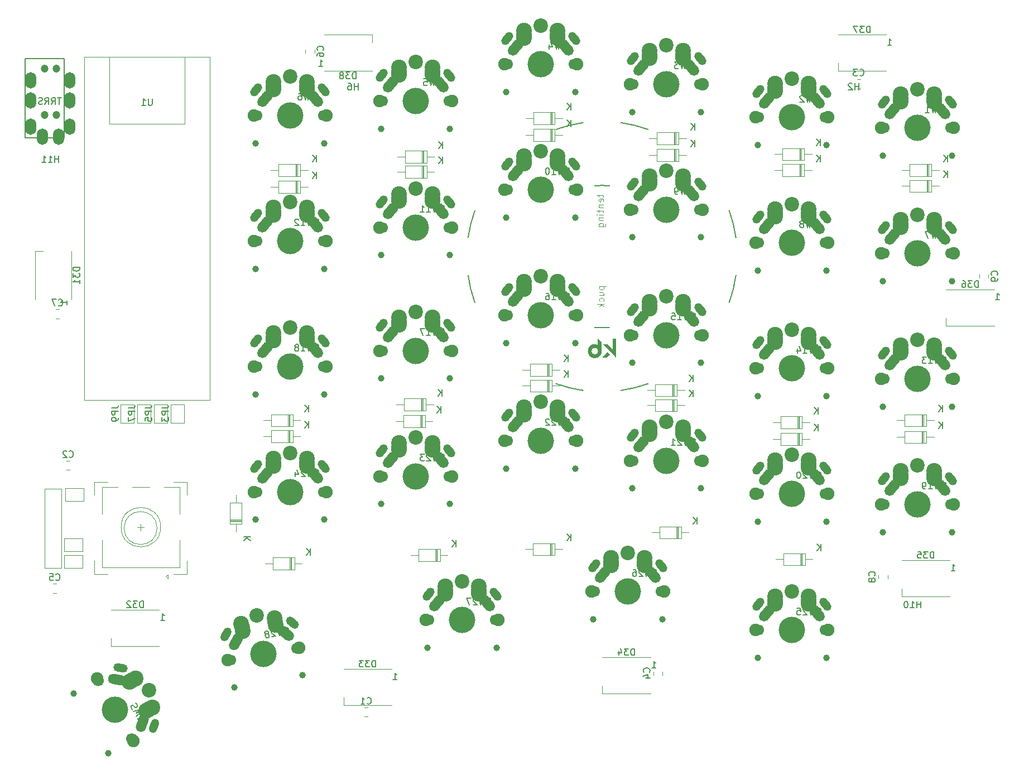
<source format=gbr>
G04 #@! TF.GenerationSoftware,KiCad,Pcbnew,5.99.0-unknown-78b555afa2~127~ubuntu20.04.1*
G04 #@! TF.CreationDate,2021-05-01T17:37:31+01:00*
G04 #@! TF.ProjectId,grandiceps-rev2,6772616e-6469-4636-9570-732d72657632,rev?*
G04 #@! TF.SameCoordinates,Original*
G04 #@! TF.FileFunction,Legend,Bot*
G04 #@! TF.FilePolarity,Positive*
%FSLAX46Y46*%
G04 Gerber Fmt 4.6, Leading zero omitted, Abs format (unit mm)*
G04 Created by KiCad (PCBNEW 5.99.0-unknown-78b555afa2~127~ubuntu20.04.1) date 2021-05-01 17:37:31*
%MOMM*%
%LPD*%
G01*
G04 APERTURE LIST*
G04 Aperture macros list*
%AMHorizOval*
0 Thick line with rounded ends*
0 $1 width*
0 $2 $3 position (X,Y) of the first rounded end (center of the circle)*
0 $4 $5 position (X,Y) of the second rounded end (center of the circle)*
0 Add line between two ends*
20,1,$1,$2,$3,$4,$5,0*
0 Add two circle primitives to create the rounded ends*
1,1,$1,$2,$3*
1,1,$1,$4,$5*%
G04 Aperture macros list end*
%ADD10C,0.150000*%
%ADD11C,0.100000*%
%ADD12C,0.120000*%
%ADD13C,0.200000*%
%ADD14C,0.010000*%
%ADD15C,1.000000*%
%ADD16C,1.900000*%
%ADD17C,1.700000*%
%ADD18C,4.000000*%
%ADD19HorizOval,1.250000X-0.305324X-0.363871X0.305324X0.363871X0*%
%ADD20HorizOval,1.550000X-0.401742X0.478778X0.401742X-0.478778X0*%
%ADD21HorizOval,1.250000X-0.305324X0.363871X0.305324X-0.363871X0*%
%ADD22C,2.400000*%
%ADD23HorizOval,1.550000X-0.401742X-0.478778X0.401742X0.478778X0*%
%ADD24C,2.200000*%
%ADD25HorizOval,1.550000X0.213763X0.587308X-0.213763X-0.587308X0*%
%ADD26HorizOval,1.250000X0.162460X0.446354X-0.162460X-0.446354X0*%
%ADD27HorizOval,1.250000X-0.467784X0.082483X0.467784X-0.082483X0*%
%ADD28HorizOval,1.550000X-0.615505X0.108530X0.615505X-0.108530X0*%
%ADD29HorizOval,1.250000X-0.363871X0.305324X0.363871X-0.305324X0*%
%ADD30HorizOval,1.250000X-0.237500X-0.411362X0.237500X0.411362X0*%
%ADD31HorizOval,1.550000X-0.478778X0.401742X0.478778X-0.401742X0*%
%ADD32HorizOval,1.550000X-0.312500X-0.541266X0.312500X0.541266X0*%
%ADD33C,1.200000*%
%ADD34O,1.700000X2.500000*%
G04 APERTURE END LIST*
D10*
X109194904Y-52200180D02*
X109194904Y-53009704D01*
X109147285Y-53104942D01*
X109099666Y-53152561D01*
X109004428Y-53200180D01*
X108813952Y-53200180D01*
X108718714Y-53152561D01*
X108671095Y-53104942D01*
X108623476Y-53009704D01*
X108623476Y-52200180D01*
X107623476Y-53200180D02*
X108194904Y-53200180D01*
X107909190Y-53200180D02*
X107909190Y-52200180D01*
X108004428Y-52343038D01*
X108099666Y-52438276D01*
X108194904Y-52485895D01*
D11*
X176981714Y-66728500D02*
X176981714Y-67109452D01*
X176648380Y-66871357D02*
X177505523Y-66871357D01*
X177600761Y-66918976D01*
X177648380Y-67014214D01*
X177648380Y-67109452D01*
X177600761Y-67823738D02*
X177648380Y-67728500D01*
X177648380Y-67538023D01*
X177600761Y-67442785D01*
X177505523Y-67395166D01*
X177124571Y-67395166D01*
X177029333Y-67442785D01*
X176981714Y-67538023D01*
X176981714Y-67728500D01*
X177029333Y-67823738D01*
X177124571Y-67871357D01*
X177219809Y-67871357D01*
X177315047Y-67395166D01*
X176981714Y-68299928D02*
X177648380Y-68299928D01*
X177076952Y-68299928D02*
X177029333Y-68347547D01*
X176981714Y-68442785D01*
X176981714Y-68585642D01*
X177029333Y-68680880D01*
X177124571Y-68728500D01*
X177648380Y-68728500D01*
X176981714Y-69061833D02*
X176981714Y-69442785D01*
X176648380Y-69204690D02*
X177505523Y-69204690D01*
X177600761Y-69252309D01*
X177648380Y-69347547D01*
X177648380Y-69442785D01*
X177648380Y-69776119D02*
X176981714Y-69776119D01*
X176648380Y-69776119D02*
X176696000Y-69728500D01*
X176743619Y-69776119D01*
X176696000Y-69823738D01*
X176648380Y-69776119D01*
X176743619Y-69776119D01*
X176981714Y-70252309D02*
X177648380Y-70252309D01*
X177076952Y-70252309D02*
X177029333Y-70299928D01*
X176981714Y-70395166D01*
X176981714Y-70538023D01*
X177029333Y-70633261D01*
X177124571Y-70680880D01*
X177648380Y-70680880D01*
X176981714Y-71585642D02*
X177791238Y-71585642D01*
X177886476Y-71538023D01*
X177934095Y-71490404D01*
X177981714Y-71395166D01*
X177981714Y-71252309D01*
X177934095Y-71157071D01*
X177600761Y-71585642D02*
X177648380Y-71490404D01*
X177648380Y-71299928D01*
X177600761Y-71204690D01*
X177553142Y-71157071D01*
X177457904Y-71109452D01*
X177172190Y-71109452D01*
X177076952Y-71157071D01*
X177029333Y-71204690D01*
X176981714Y-71299928D01*
X176981714Y-71490404D01*
X177029333Y-71585642D01*
X177045214Y-80682500D02*
X178045214Y-80682500D01*
X177092833Y-80682500D02*
X177045214Y-80777738D01*
X177045214Y-80968214D01*
X177092833Y-81063452D01*
X177140452Y-81111071D01*
X177235690Y-81158690D01*
X177521404Y-81158690D01*
X177616642Y-81111071D01*
X177664261Y-81063452D01*
X177711880Y-80968214D01*
X177711880Y-80777738D01*
X177664261Y-80682500D01*
X177045214Y-82015833D02*
X177711880Y-82015833D01*
X177045214Y-81587261D02*
X177569023Y-81587261D01*
X177664261Y-81634880D01*
X177711880Y-81730119D01*
X177711880Y-81872976D01*
X177664261Y-81968214D01*
X177616642Y-82015833D01*
X177664261Y-82920595D02*
X177711880Y-82825357D01*
X177711880Y-82634880D01*
X177664261Y-82539642D01*
X177616642Y-82492023D01*
X177521404Y-82444404D01*
X177235690Y-82444404D01*
X177140452Y-82492023D01*
X177092833Y-82539642D01*
X177045214Y-82634880D01*
X177045214Y-82825357D01*
X177092833Y-82920595D01*
X177711880Y-83349166D02*
X176711880Y-83349166D01*
X177330928Y-83444404D02*
X177711880Y-83730119D01*
X177045214Y-83730119D02*
X177426166Y-83349166D01*
D10*
X141816666Y-143957142D02*
X141864285Y-144004761D01*
X142007142Y-144052380D01*
X142102380Y-144052380D01*
X142245238Y-144004761D01*
X142340476Y-143909523D01*
X142388095Y-143814285D01*
X142435714Y-143623809D01*
X142435714Y-143480952D01*
X142388095Y-143290476D01*
X142340476Y-143195238D01*
X142245238Y-143100000D01*
X142102380Y-143052380D01*
X142007142Y-143052380D01*
X141864285Y-143100000D01*
X141816666Y-143147619D01*
X140864285Y-144052380D02*
X141435714Y-144052380D01*
X141150000Y-144052380D02*
X141150000Y-143052380D01*
X141245238Y-143195238D01*
X141340476Y-143290476D01*
X141435714Y-143338095D01*
X96591666Y-106532142D02*
X96639285Y-106579761D01*
X96782142Y-106627380D01*
X96877380Y-106627380D01*
X97020238Y-106579761D01*
X97115476Y-106484523D01*
X97163095Y-106389285D01*
X97210714Y-106198809D01*
X97210714Y-106055952D01*
X97163095Y-105865476D01*
X97115476Y-105770238D01*
X97020238Y-105675000D01*
X96877380Y-105627380D01*
X96782142Y-105627380D01*
X96639285Y-105675000D01*
X96591666Y-105722619D01*
X96210714Y-105722619D02*
X96163095Y-105675000D01*
X96067857Y-105627380D01*
X95829761Y-105627380D01*
X95734523Y-105675000D01*
X95686904Y-105722619D01*
X95639285Y-105817857D01*
X95639285Y-105913095D01*
X95686904Y-106055952D01*
X96258333Y-106627380D01*
X95639285Y-106627380D01*
X184632142Y-139208333D02*
X184679761Y-139160714D01*
X184727380Y-139017857D01*
X184727380Y-138922619D01*
X184679761Y-138779761D01*
X184584523Y-138684523D01*
X184489285Y-138636904D01*
X184298809Y-138589285D01*
X184155952Y-138589285D01*
X183965476Y-138636904D01*
X183870238Y-138684523D01*
X183775000Y-138779761D01*
X183727380Y-138922619D01*
X183727380Y-139017857D01*
X183775000Y-139160714D01*
X183822619Y-139208333D01*
X184060714Y-140065476D02*
X184727380Y-140065476D01*
X183679761Y-139827380D02*
X184394047Y-139589285D01*
X184394047Y-140208333D01*
X135128542Y-44844433D02*
X135176161Y-44796814D01*
X135223780Y-44653957D01*
X135223780Y-44558719D01*
X135176161Y-44415861D01*
X135080923Y-44320623D01*
X134985685Y-44273004D01*
X134795209Y-44225385D01*
X134652352Y-44225385D01*
X134461876Y-44273004D01*
X134366638Y-44320623D01*
X134271400Y-44415861D01*
X134223780Y-44558719D01*
X134223780Y-44653957D01*
X134271400Y-44796814D01*
X134319019Y-44844433D01*
X134223780Y-45701576D02*
X134223780Y-45511100D01*
X134271400Y-45415861D01*
X134319019Y-45368242D01*
X134461876Y-45273004D01*
X134652352Y-45225385D01*
X135033304Y-45225385D01*
X135128542Y-45273004D01*
X135176161Y-45320623D01*
X135223780Y-45415861D01*
X135223780Y-45606338D01*
X135176161Y-45701576D01*
X135128542Y-45749195D01*
X135033304Y-45796814D01*
X134795209Y-45796814D01*
X134699971Y-45749195D01*
X134652352Y-45701576D01*
X134604733Y-45606338D01*
X134604733Y-45415861D01*
X134652352Y-45320623D01*
X134699971Y-45273004D01*
X134795209Y-45225385D01*
X94987166Y-83543142D02*
X95034785Y-83590761D01*
X95177642Y-83638380D01*
X95272880Y-83638380D01*
X95415738Y-83590761D01*
X95510976Y-83495523D01*
X95558595Y-83400285D01*
X95606214Y-83209809D01*
X95606214Y-83066952D01*
X95558595Y-82876476D01*
X95510976Y-82781238D01*
X95415738Y-82686000D01*
X95272880Y-82638380D01*
X95177642Y-82638380D01*
X95034785Y-82686000D01*
X94987166Y-82733619D01*
X94653833Y-82638380D02*
X93987166Y-82638380D01*
X94415738Y-83638380D01*
X218807142Y-124583333D02*
X218854761Y-124535714D01*
X218902380Y-124392857D01*
X218902380Y-124297619D01*
X218854761Y-124154761D01*
X218759523Y-124059523D01*
X218664285Y-124011904D01*
X218473809Y-123964285D01*
X218330952Y-123964285D01*
X218140476Y-124011904D01*
X218045238Y-124059523D01*
X217950000Y-124154761D01*
X217902380Y-124297619D01*
X217902380Y-124392857D01*
X217950000Y-124535714D01*
X217997619Y-124583333D01*
X218330952Y-125154761D02*
X218283333Y-125059523D01*
X218235714Y-125011904D01*
X218140476Y-124964285D01*
X218092857Y-124964285D01*
X217997619Y-125011904D01*
X217950000Y-125059523D01*
X217902380Y-125154761D01*
X217902380Y-125345238D01*
X217950000Y-125440476D01*
X217997619Y-125488095D01*
X218092857Y-125535714D01*
X218140476Y-125535714D01*
X218235714Y-125488095D01*
X218283333Y-125440476D01*
X218330952Y-125345238D01*
X218330952Y-125154761D01*
X218378571Y-125059523D01*
X218426190Y-125011904D01*
X218521428Y-124964285D01*
X218711904Y-124964285D01*
X218807142Y-125011904D01*
X218854761Y-125059523D01*
X218902380Y-125154761D01*
X218902380Y-125345238D01*
X218854761Y-125440476D01*
X218807142Y-125488095D01*
X218711904Y-125535714D01*
X218521428Y-125535714D01*
X218426190Y-125488095D01*
X218378571Y-125440476D01*
X218330952Y-125345238D01*
X229852904Y-61745180D02*
X229852904Y-60745180D01*
X229281476Y-61745180D02*
X229710047Y-61173752D01*
X229281476Y-60745180D02*
X229852904Y-61316609D01*
X210548904Y-59332180D02*
X210548904Y-58332180D01*
X209977476Y-59332180D02*
X210406047Y-58760752D01*
X209977476Y-58332180D02*
X210548904Y-58903609D01*
X191498904Y-56919180D02*
X191498904Y-55919180D01*
X190927476Y-56919180D02*
X191356047Y-56347752D01*
X190927476Y-55919180D02*
X191498904Y-56490609D01*
X172736904Y-53877380D02*
X172736904Y-52877380D01*
X172165476Y-53877380D02*
X172594047Y-53305952D01*
X172165476Y-52877380D02*
X172736904Y-53448809D01*
X153271904Y-59713180D02*
X153271904Y-58713180D01*
X152700476Y-59713180D02*
X153129047Y-59141752D01*
X152700476Y-58713180D02*
X153271904Y-59284609D01*
X155303904Y-120165380D02*
X155303904Y-119165380D01*
X154732476Y-120165380D02*
X155161047Y-119593952D01*
X154732476Y-119165380D02*
X155303904Y-119736809D01*
X133205904Y-121435380D02*
X133205904Y-120435380D01*
X132634476Y-121435380D02*
X133063047Y-120863952D01*
X132634476Y-120435380D02*
X133205904Y-121006809D01*
X124097380Y-118661095D02*
X123097380Y-118661095D01*
X124097380Y-119232523D02*
X123525952Y-118803952D01*
X123097380Y-119232523D02*
X123668809Y-118661095D01*
X98186380Y-77779714D02*
X97186380Y-77779714D01*
X97186380Y-78017809D01*
X97234000Y-78160666D01*
X97329238Y-78255904D01*
X97424476Y-78303523D01*
X97614952Y-78351142D01*
X97757809Y-78351142D01*
X97948285Y-78303523D01*
X98043523Y-78255904D01*
X98138761Y-78160666D01*
X98186380Y-78017809D01*
X98186380Y-77779714D01*
X97186380Y-78684476D02*
X97186380Y-79303523D01*
X97567333Y-78970190D01*
X97567333Y-79113047D01*
X97614952Y-79208285D01*
X97662571Y-79255904D01*
X97757809Y-79303523D01*
X97995904Y-79303523D01*
X98091142Y-79255904D01*
X98138761Y-79208285D01*
X98186380Y-79113047D01*
X98186380Y-78827333D01*
X98138761Y-78732095D01*
X98091142Y-78684476D01*
X98186380Y-80255904D02*
X98186380Y-79684476D01*
X98186380Y-79970190D02*
X97186380Y-79970190D01*
X97329238Y-79874952D01*
X97424476Y-79779714D01*
X97472095Y-79684476D01*
X96286380Y-83429714D02*
X96286380Y-82858285D01*
X96286380Y-83144000D02*
X95286380Y-83144000D01*
X95429238Y-83048761D01*
X95524476Y-82953523D01*
X95572095Y-82858285D01*
X229852904Y-64158180D02*
X229852904Y-63158180D01*
X229281476Y-64158180D02*
X229710047Y-63586752D01*
X229281476Y-63158180D02*
X229852904Y-63729609D01*
X107839285Y-129427380D02*
X107839285Y-128427380D01*
X107601190Y-128427380D01*
X107458333Y-128475000D01*
X107363095Y-128570238D01*
X107315476Y-128665476D01*
X107267857Y-128855952D01*
X107267857Y-128998809D01*
X107315476Y-129189285D01*
X107363095Y-129284523D01*
X107458333Y-129379761D01*
X107601190Y-129427380D01*
X107839285Y-129427380D01*
X106934523Y-128427380D02*
X106315476Y-128427380D01*
X106648809Y-128808333D01*
X106505952Y-128808333D01*
X106410714Y-128855952D01*
X106363095Y-128903571D01*
X106315476Y-128998809D01*
X106315476Y-129236904D01*
X106363095Y-129332142D01*
X106410714Y-129379761D01*
X106505952Y-129427380D01*
X106791666Y-129427380D01*
X106886904Y-129379761D01*
X106934523Y-129332142D01*
X105934523Y-128522619D02*
X105886904Y-128475000D01*
X105791666Y-128427380D01*
X105553571Y-128427380D01*
X105458333Y-128475000D01*
X105410714Y-128522619D01*
X105363095Y-128617857D01*
X105363095Y-128713095D01*
X105410714Y-128855952D01*
X105982142Y-129427380D01*
X105363095Y-129427380D01*
X110489285Y-131327380D02*
X111060714Y-131327380D01*
X110775000Y-131327380D02*
X110775000Y-130327380D01*
X110870238Y-130470238D01*
X110965476Y-130565476D01*
X111060714Y-130613095D01*
X210548904Y-61745180D02*
X210548904Y-60745180D01*
X209977476Y-61745180D02*
X210406047Y-61173752D01*
X209977476Y-60745180D02*
X210548904Y-61316609D01*
X191498904Y-59459180D02*
X191498904Y-58459180D01*
X190927476Y-59459180D02*
X191356047Y-58887752D01*
X190927476Y-58459180D02*
X191498904Y-59030609D01*
X172736904Y-56417380D02*
X172736904Y-55417380D01*
X172165476Y-56417380D02*
X172594047Y-55845952D01*
X172165476Y-55417380D02*
X172736904Y-55988809D01*
X153271904Y-61999180D02*
X153271904Y-60999180D01*
X152700476Y-61999180D02*
X153129047Y-61427752D01*
X152700476Y-60999180D02*
X153271904Y-61570609D01*
X134094904Y-64285180D02*
X134094904Y-63285180D01*
X133523476Y-64285180D02*
X133952047Y-63713752D01*
X133523476Y-63285180D02*
X134094904Y-63856609D01*
X229090904Y-99718380D02*
X229090904Y-98718380D01*
X228519476Y-99718380D02*
X228948047Y-99146952D01*
X228519476Y-98718380D02*
X229090904Y-99289809D01*
X210236904Y-100027380D02*
X210236904Y-99027380D01*
X209665476Y-100027380D02*
X210094047Y-99455952D01*
X209665476Y-99027380D02*
X210236904Y-99598809D01*
X191244904Y-95146180D02*
X191244904Y-94146180D01*
X190673476Y-95146180D02*
X191102047Y-94574752D01*
X190673476Y-94146180D02*
X191244904Y-94717609D01*
X172286904Y-92052380D02*
X172286904Y-91052380D01*
X171715476Y-92052380D02*
X172144047Y-91480952D01*
X171715476Y-91052380D02*
X172286904Y-91623809D01*
X153144904Y-97305180D02*
X153144904Y-96305180D01*
X152573476Y-97305180D02*
X153002047Y-96733752D01*
X152573476Y-96305180D02*
X153144904Y-96876609D01*
X132951904Y-99718380D02*
X132951904Y-98718380D01*
X132380476Y-99718380D02*
X132809047Y-99146952D01*
X132380476Y-98718380D02*
X132951904Y-99289809D01*
X143089285Y-138427380D02*
X143089285Y-137427380D01*
X142851190Y-137427380D01*
X142708333Y-137475000D01*
X142613095Y-137570238D01*
X142565476Y-137665476D01*
X142517857Y-137855952D01*
X142517857Y-137998809D01*
X142565476Y-138189285D01*
X142613095Y-138284523D01*
X142708333Y-138379761D01*
X142851190Y-138427380D01*
X143089285Y-138427380D01*
X142184523Y-137427380D02*
X141565476Y-137427380D01*
X141898809Y-137808333D01*
X141755952Y-137808333D01*
X141660714Y-137855952D01*
X141613095Y-137903571D01*
X141565476Y-137998809D01*
X141565476Y-138236904D01*
X141613095Y-138332142D01*
X141660714Y-138379761D01*
X141755952Y-138427380D01*
X142041666Y-138427380D01*
X142136904Y-138379761D01*
X142184523Y-138332142D01*
X141232142Y-137427380D02*
X140613095Y-137427380D01*
X140946428Y-137808333D01*
X140803571Y-137808333D01*
X140708333Y-137855952D01*
X140660714Y-137903571D01*
X140613095Y-137998809D01*
X140613095Y-138236904D01*
X140660714Y-138332142D01*
X140708333Y-138379761D01*
X140803571Y-138427380D01*
X141089285Y-138427380D01*
X141184523Y-138379761D01*
X141232142Y-138332142D01*
X145739285Y-140327380D02*
X146310714Y-140327380D01*
X146025000Y-140327380D02*
X146025000Y-139327380D01*
X146120238Y-139470238D01*
X146215476Y-139565476D01*
X146310714Y-139613095D01*
X182364285Y-136652380D02*
X182364285Y-135652380D01*
X182126190Y-135652380D01*
X181983333Y-135700000D01*
X181888095Y-135795238D01*
X181840476Y-135890476D01*
X181792857Y-136080952D01*
X181792857Y-136223809D01*
X181840476Y-136414285D01*
X181888095Y-136509523D01*
X181983333Y-136604761D01*
X182126190Y-136652380D01*
X182364285Y-136652380D01*
X181459523Y-135652380D02*
X180840476Y-135652380D01*
X181173809Y-136033333D01*
X181030952Y-136033333D01*
X180935714Y-136080952D01*
X180888095Y-136128571D01*
X180840476Y-136223809D01*
X180840476Y-136461904D01*
X180888095Y-136557142D01*
X180935714Y-136604761D01*
X181030952Y-136652380D01*
X181316666Y-136652380D01*
X181411904Y-136604761D01*
X181459523Y-136557142D01*
X179983333Y-135985714D02*
X179983333Y-136652380D01*
X180221428Y-135604761D02*
X180459523Y-136319047D01*
X179840476Y-136319047D01*
X185014285Y-138552380D02*
X185585714Y-138552380D01*
X185300000Y-138552380D02*
X185300000Y-137552380D01*
X185395238Y-137695238D01*
X185490476Y-137790476D01*
X185585714Y-137838095D01*
X229090904Y-102258380D02*
X229090904Y-101258380D01*
X228519476Y-102258380D02*
X228948047Y-101686952D01*
X228519476Y-101258380D02*
X229090904Y-101829809D01*
X210236904Y-102567580D02*
X210236904Y-101567580D01*
X209665476Y-102567580D02*
X210094047Y-101996152D01*
X209665476Y-101567580D02*
X210236904Y-102139009D01*
X191244904Y-97432180D02*
X191244904Y-96432180D01*
X190673476Y-97432180D02*
X191102047Y-96860752D01*
X190673476Y-96432180D02*
X191244904Y-97003609D01*
X172286904Y-94465380D02*
X172286904Y-93465380D01*
X171715476Y-94465380D02*
X172144047Y-93893952D01*
X171715476Y-93465380D02*
X172286904Y-94036809D01*
X153017904Y-99845380D02*
X153017904Y-98845380D01*
X152446476Y-99845380D02*
X152875047Y-99273952D01*
X152446476Y-98845380D02*
X153017904Y-99416809D01*
X132951904Y-102131380D02*
X132951904Y-101131380D01*
X132380476Y-102131380D02*
X132809047Y-101559952D01*
X132380476Y-101131380D02*
X132951904Y-101702809D01*
X210675904Y-120800380D02*
X210675904Y-119800380D01*
X210104476Y-120800380D02*
X210533047Y-120228952D01*
X210104476Y-119800380D02*
X210675904Y-120371809D01*
X191879904Y-116736380D02*
X191879904Y-115736380D01*
X191308476Y-116736380D02*
X191737047Y-116164952D01*
X191308476Y-115736380D02*
X191879904Y-116307809D01*
X172702904Y-119276380D02*
X172702904Y-118276380D01*
X172131476Y-119276380D02*
X172560047Y-118704952D01*
X172131476Y-118276380D02*
X172702904Y-118847809D01*
X218129885Y-42165280D02*
X218129885Y-41165280D01*
X217891790Y-41165280D01*
X217748933Y-41212900D01*
X217653695Y-41308138D01*
X217606076Y-41403376D01*
X217558457Y-41593852D01*
X217558457Y-41736709D01*
X217606076Y-41927185D01*
X217653695Y-42022423D01*
X217748933Y-42117661D01*
X217891790Y-42165280D01*
X218129885Y-42165280D01*
X217225123Y-41165280D02*
X216606076Y-41165280D01*
X216939409Y-41546233D01*
X216796552Y-41546233D01*
X216701314Y-41593852D01*
X216653695Y-41641471D01*
X216606076Y-41736709D01*
X216606076Y-41974804D01*
X216653695Y-42070042D01*
X216701314Y-42117661D01*
X216796552Y-42165280D01*
X217082266Y-42165280D01*
X217177504Y-42117661D01*
X217225123Y-42070042D01*
X216272742Y-41165280D02*
X215606076Y-41165280D01*
X216034647Y-42165280D01*
X220779885Y-44065280D02*
X221351314Y-44065280D01*
X221065600Y-44065280D02*
X221065600Y-43065280D01*
X221160838Y-43208138D01*
X221256076Y-43303376D01*
X221351314Y-43350995D01*
X140128085Y-49183380D02*
X140128085Y-48183380D01*
X139889990Y-48183380D01*
X139747133Y-48231000D01*
X139651895Y-48326238D01*
X139604276Y-48421476D01*
X139556657Y-48611952D01*
X139556657Y-48754809D01*
X139604276Y-48945285D01*
X139651895Y-49040523D01*
X139747133Y-49135761D01*
X139889990Y-49183380D01*
X140128085Y-49183380D01*
X139223323Y-48183380D02*
X138604276Y-48183380D01*
X138937609Y-48564333D01*
X138794752Y-48564333D01*
X138699514Y-48611952D01*
X138651895Y-48659571D01*
X138604276Y-48754809D01*
X138604276Y-48992904D01*
X138651895Y-49088142D01*
X138699514Y-49135761D01*
X138794752Y-49183380D01*
X139080466Y-49183380D01*
X139175704Y-49135761D01*
X139223323Y-49088142D01*
X138032847Y-48611952D02*
X138128085Y-48564333D01*
X138175704Y-48516714D01*
X138223323Y-48421476D01*
X138223323Y-48373857D01*
X138175704Y-48278619D01*
X138128085Y-48231000D01*
X138032847Y-48183380D01*
X137842371Y-48183380D01*
X137747133Y-48231000D01*
X137699514Y-48278619D01*
X137651895Y-48373857D01*
X137651895Y-48421476D01*
X137699514Y-48516714D01*
X137747133Y-48564333D01*
X137842371Y-48611952D01*
X138032847Y-48611952D01*
X138128085Y-48659571D01*
X138175704Y-48707190D01*
X138223323Y-48802428D01*
X138223323Y-48992904D01*
X138175704Y-49088142D01*
X138128085Y-49135761D01*
X138032847Y-49183380D01*
X137842371Y-49183380D01*
X137747133Y-49135761D01*
X137699514Y-49088142D01*
X137651895Y-48992904D01*
X137651895Y-48802428D01*
X137699514Y-48707190D01*
X137747133Y-48659571D01*
X137842371Y-48611952D01*
X134478085Y-47283380D02*
X135049514Y-47283380D01*
X134763800Y-47283380D02*
X134763800Y-46283380D01*
X134859038Y-46426238D01*
X134954276Y-46521476D01*
X135049514Y-46569095D01*
X216407904Y-50862380D02*
X216407904Y-49862380D01*
X216407904Y-50338571D02*
X215836476Y-50338571D01*
X215836476Y-50862380D02*
X215836476Y-49862380D01*
X215407904Y-49957619D02*
X215360285Y-49910000D01*
X215265047Y-49862380D01*
X215026952Y-49862380D01*
X214931714Y-49910000D01*
X214884095Y-49957619D01*
X214836476Y-50052857D01*
X214836476Y-50148095D01*
X214884095Y-50290952D01*
X215455523Y-50862380D01*
X214836476Y-50862380D01*
X225799095Y-129450380D02*
X225799095Y-128450380D01*
X225799095Y-128926571D02*
X225227666Y-128926571D01*
X225227666Y-129450380D02*
X225227666Y-128450380D01*
X224227666Y-129450380D02*
X224799095Y-129450380D01*
X224513380Y-129450380D02*
X224513380Y-128450380D01*
X224608619Y-128593238D01*
X224703857Y-128688476D01*
X224799095Y-128736095D01*
X223608619Y-128450380D02*
X223513380Y-128450380D01*
X223418142Y-128498000D01*
X223370523Y-128545619D01*
X223322904Y-128640857D01*
X223275285Y-128831333D01*
X223275285Y-129069428D01*
X223322904Y-129259904D01*
X223370523Y-129355142D01*
X223418142Y-129402761D01*
X223513380Y-129450380D01*
X223608619Y-129450380D01*
X223703857Y-129402761D01*
X223751476Y-129355142D01*
X223799095Y-129259904D01*
X223846714Y-129069428D01*
X223846714Y-128831333D01*
X223799095Y-128640857D01*
X223751476Y-128545619D01*
X223703857Y-128498000D01*
X223608619Y-128450380D01*
X140461904Y-50862380D02*
X140461904Y-49862380D01*
X140461904Y-50338571D02*
X139890476Y-50338571D01*
X139890476Y-50862380D02*
X139890476Y-49862380D01*
X138985714Y-49862380D02*
X139176190Y-49862380D01*
X139271428Y-49910000D01*
X139319047Y-49957619D01*
X139414285Y-50100476D01*
X139461904Y-50290952D01*
X139461904Y-50671904D01*
X139414285Y-50767142D01*
X139366666Y-50814761D01*
X139271428Y-50862380D01*
X139080952Y-50862380D01*
X138985714Y-50814761D01*
X138938095Y-50767142D01*
X138890476Y-50671904D01*
X138890476Y-50433809D01*
X138938095Y-50338571D01*
X138985714Y-50290952D01*
X139080952Y-50243333D01*
X139271428Y-50243333D01*
X139366666Y-50290952D01*
X139414285Y-50338571D01*
X139461904Y-50433809D01*
X95014695Y-61860580D02*
X95014695Y-60860580D01*
X95014695Y-61336771D02*
X94443266Y-61336771D01*
X94443266Y-61860580D02*
X94443266Y-60860580D01*
X93443266Y-61860580D02*
X94014695Y-61860580D01*
X93728980Y-61860580D02*
X93728980Y-60860580D01*
X93824219Y-61003438D01*
X93919457Y-61098676D01*
X94014695Y-61146295D01*
X92490885Y-61860580D02*
X93062314Y-61860580D01*
X92776600Y-61860580D02*
X92776600Y-60860580D01*
X92871838Y-61003438D01*
X92967076Y-61098676D01*
X93062314Y-61146295D01*
X94576166Y-125199142D02*
X94623785Y-125246761D01*
X94766642Y-125294380D01*
X94861880Y-125294380D01*
X95004738Y-125246761D01*
X95099976Y-125151523D01*
X95147595Y-125056285D01*
X95195214Y-124865809D01*
X95195214Y-124722952D01*
X95147595Y-124532476D01*
X95099976Y-124437238D01*
X95004738Y-124342000D01*
X94861880Y-124294380D01*
X94766642Y-124294380D01*
X94623785Y-124342000D01*
X94576166Y-124389619D01*
X93671404Y-124294380D02*
X94147595Y-124294380D01*
X94195214Y-124770571D01*
X94147595Y-124722952D01*
X94052357Y-124675333D01*
X93814261Y-124675333D01*
X93719023Y-124722952D01*
X93671404Y-124770571D01*
X93623785Y-124865809D01*
X93623785Y-125103904D01*
X93671404Y-125199142D01*
X93719023Y-125246761D01*
X93814261Y-125294380D01*
X94052357Y-125294380D01*
X94147595Y-125246761D01*
X94195214Y-125199142D01*
X234514285Y-80827380D02*
X234514285Y-79827380D01*
X234276190Y-79827380D01*
X234133333Y-79875000D01*
X234038095Y-79970238D01*
X233990476Y-80065476D01*
X233942857Y-80255952D01*
X233942857Y-80398809D01*
X233990476Y-80589285D01*
X234038095Y-80684523D01*
X234133333Y-80779761D01*
X234276190Y-80827380D01*
X234514285Y-80827380D01*
X233609523Y-79827380D02*
X232990476Y-79827380D01*
X233323809Y-80208333D01*
X233180952Y-80208333D01*
X233085714Y-80255952D01*
X233038095Y-80303571D01*
X232990476Y-80398809D01*
X232990476Y-80636904D01*
X233038095Y-80732142D01*
X233085714Y-80779761D01*
X233180952Y-80827380D01*
X233466666Y-80827380D01*
X233561904Y-80779761D01*
X233609523Y-80732142D01*
X232133333Y-79827380D02*
X232323809Y-79827380D01*
X232419047Y-79875000D01*
X232466666Y-79922619D01*
X232561904Y-80065476D01*
X232609523Y-80255952D01*
X232609523Y-80636904D01*
X232561904Y-80732142D01*
X232514285Y-80779761D01*
X232419047Y-80827380D01*
X232228571Y-80827380D01*
X232133333Y-80779761D01*
X232085714Y-80732142D01*
X232038095Y-80636904D01*
X232038095Y-80398809D01*
X232085714Y-80303571D01*
X232133333Y-80255952D01*
X232228571Y-80208333D01*
X232419047Y-80208333D01*
X232514285Y-80255952D01*
X232561904Y-80303571D01*
X232609523Y-80398809D01*
X237164285Y-82727380D02*
X237735714Y-82727380D01*
X237450000Y-82727380D02*
X237450000Y-81727380D01*
X237545238Y-81870238D01*
X237640476Y-81965476D01*
X237735714Y-82013095D01*
X229171333Y-73292761D02*
X229028476Y-73340380D01*
X228790380Y-73340380D01*
X228695142Y-73292761D01*
X228647523Y-73245142D01*
X228599904Y-73149904D01*
X228599904Y-73054666D01*
X228647523Y-72959428D01*
X228695142Y-72911809D01*
X228790380Y-72864190D01*
X228980857Y-72816571D01*
X229076095Y-72768952D01*
X229123714Y-72721333D01*
X229171333Y-72626095D01*
X229171333Y-72530857D01*
X229123714Y-72435619D01*
X229076095Y-72388000D01*
X228980857Y-72340380D01*
X228742761Y-72340380D01*
X228599904Y-72388000D01*
X228266571Y-72340380D02*
X228028476Y-73340380D01*
X227838000Y-72626095D01*
X227647523Y-73340380D01*
X227409428Y-72340380D01*
X227123714Y-72340380D02*
X226457047Y-72340380D01*
X226885619Y-73340380D01*
X210146333Y-52650561D02*
X210003476Y-52698180D01*
X209765380Y-52698180D01*
X209670142Y-52650561D01*
X209622523Y-52602942D01*
X209574904Y-52507704D01*
X209574904Y-52412466D01*
X209622523Y-52317228D01*
X209670142Y-52269609D01*
X209765380Y-52221990D01*
X209955857Y-52174371D01*
X210051095Y-52126752D01*
X210098714Y-52079133D01*
X210146333Y-51983895D01*
X210146333Y-51888657D01*
X210098714Y-51793419D01*
X210051095Y-51745800D01*
X209955857Y-51698180D01*
X209717761Y-51698180D01*
X209574904Y-51745800D01*
X209241571Y-51698180D02*
X209003476Y-52698180D01*
X208813000Y-51983895D01*
X208622523Y-52698180D01*
X208384428Y-51698180D01*
X208051095Y-51793419D02*
X208003476Y-51745800D01*
X207908238Y-51698180D01*
X207670142Y-51698180D01*
X207574904Y-51745800D01*
X207527285Y-51793419D01*
X207479666Y-51888657D01*
X207479666Y-51983895D01*
X207527285Y-52126752D01*
X208098714Y-52698180D01*
X207479666Y-52698180D01*
X153502523Y-107108761D02*
X153359666Y-107156380D01*
X153121571Y-107156380D01*
X153026333Y-107108761D01*
X152978714Y-107061142D01*
X152931095Y-106965904D01*
X152931095Y-106870666D01*
X152978714Y-106775428D01*
X153026333Y-106727809D01*
X153121571Y-106680190D01*
X153312047Y-106632571D01*
X153407285Y-106584952D01*
X153454904Y-106537333D01*
X153502523Y-106442095D01*
X153502523Y-106346857D01*
X153454904Y-106251619D01*
X153407285Y-106204000D01*
X153312047Y-106156380D01*
X153073952Y-106156380D01*
X152931095Y-106204000D01*
X152597761Y-106156380D02*
X152359666Y-107156380D01*
X152169190Y-106442095D01*
X151978714Y-107156380D01*
X151740619Y-106156380D01*
X151407285Y-106251619D02*
X151359666Y-106204000D01*
X151264428Y-106156380D01*
X151026333Y-106156380D01*
X150931095Y-106204000D01*
X150883476Y-106251619D01*
X150835857Y-106346857D01*
X150835857Y-106442095D01*
X150883476Y-106584952D01*
X151454904Y-107156380D01*
X150835857Y-107156380D01*
X150502523Y-106156380D02*
X149883476Y-106156380D01*
X150216809Y-106537333D01*
X150073952Y-106537333D01*
X149978714Y-106584952D01*
X149931095Y-106632571D01*
X149883476Y-106727809D01*
X149883476Y-106965904D01*
X149931095Y-107061142D01*
X149978714Y-107108761D01*
X150073952Y-107156380D01*
X150359666Y-107156380D01*
X150454904Y-107108761D01*
X150502523Y-107061142D01*
X134462523Y-109488761D02*
X134319666Y-109536380D01*
X134081571Y-109536380D01*
X133986333Y-109488761D01*
X133938714Y-109441142D01*
X133891095Y-109345904D01*
X133891095Y-109250666D01*
X133938714Y-109155428D01*
X133986333Y-109107809D01*
X134081571Y-109060190D01*
X134272047Y-109012571D01*
X134367285Y-108964952D01*
X134414904Y-108917333D01*
X134462523Y-108822095D01*
X134462523Y-108726857D01*
X134414904Y-108631619D01*
X134367285Y-108584000D01*
X134272047Y-108536380D01*
X134033952Y-108536380D01*
X133891095Y-108584000D01*
X133557761Y-108536380D02*
X133319666Y-109536380D01*
X133129190Y-108822095D01*
X132938714Y-109536380D01*
X132700619Y-108536380D01*
X132367285Y-108631619D02*
X132319666Y-108584000D01*
X132224428Y-108536380D01*
X131986333Y-108536380D01*
X131891095Y-108584000D01*
X131843476Y-108631619D01*
X131795857Y-108726857D01*
X131795857Y-108822095D01*
X131843476Y-108964952D01*
X132414904Y-109536380D01*
X131795857Y-109536380D01*
X130938714Y-108869714D02*
X130938714Y-109536380D01*
X131176809Y-108488761D02*
X131414904Y-109203047D01*
X130795857Y-109203047D01*
X172497523Y-101720961D02*
X172354666Y-101768580D01*
X172116571Y-101768580D01*
X172021333Y-101720961D01*
X171973714Y-101673342D01*
X171926095Y-101578104D01*
X171926095Y-101482866D01*
X171973714Y-101387628D01*
X172021333Y-101340009D01*
X172116571Y-101292390D01*
X172307047Y-101244771D01*
X172402285Y-101197152D01*
X172449904Y-101149533D01*
X172497523Y-101054295D01*
X172497523Y-100959057D01*
X172449904Y-100863819D01*
X172402285Y-100816200D01*
X172307047Y-100768580D01*
X172068952Y-100768580D01*
X171926095Y-100816200D01*
X171592761Y-100768580D02*
X171354666Y-101768580D01*
X171164190Y-101054295D01*
X170973714Y-101768580D01*
X170735619Y-100768580D01*
X170402285Y-100863819D02*
X170354666Y-100816200D01*
X170259428Y-100768580D01*
X170021333Y-100768580D01*
X169926095Y-100816200D01*
X169878476Y-100863819D01*
X169830857Y-100959057D01*
X169830857Y-101054295D01*
X169878476Y-101197152D01*
X170449904Y-101768580D01*
X169830857Y-101768580D01*
X169449904Y-100863819D02*
X169402285Y-100816200D01*
X169307047Y-100768580D01*
X169068952Y-100768580D01*
X168973714Y-100816200D01*
X168926095Y-100863819D01*
X168878476Y-100959057D01*
X168878476Y-101054295D01*
X168926095Y-101197152D01*
X169497523Y-101768580D01*
X168878476Y-101768580D01*
X133986333Y-52368561D02*
X133843476Y-52416180D01*
X133605380Y-52416180D01*
X133510142Y-52368561D01*
X133462523Y-52320942D01*
X133414904Y-52225704D01*
X133414904Y-52130466D01*
X133462523Y-52035228D01*
X133510142Y-51987609D01*
X133605380Y-51939990D01*
X133795857Y-51892371D01*
X133891095Y-51844752D01*
X133938714Y-51797133D01*
X133986333Y-51701895D01*
X133986333Y-51606657D01*
X133938714Y-51511419D01*
X133891095Y-51463800D01*
X133795857Y-51416180D01*
X133557761Y-51416180D01*
X133414904Y-51463800D01*
X133081571Y-51416180D02*
X132843476Y-52416180D01*
X132653000Y-51701895D01*
X132462523Y-52416180D01*
X132224428Y-51416180D01*
X131414904Y-51416180D02*
X131605380Y-51416180D01*
X131700619Y-51463800D01*
X131748238Y-51511419D01*
X131843476Y-51654276D01*
X131891095Y-51844752D01*
X131891095Y-52225704D01*
X131843476Y-52320942D01*
X131795857Y-52368561D01*
X131700619Y-52416180D01*
X131510142Y-52416180D01*
X131414904Y-52368561D01*
X131367285Y-52320942D01*
X131319666Y-52225704D01*
X131319666Y-51987609D01*
X131367285Y-51892371D01*
X131414904Y-51844752D01*
X131510142Y-51797133D01*
X131700619Y-51797133D01*
X131795857Y-51844752D01*
X131843476Y-51892371D01*
X131891095Y-51987609D01*
X210622523Y-130452761D02*
X210479666Y-130500380D01*
X210241571Y-130500380D01*
X210146333Y-130452761D01*
X210098714Y-130405142D01*
X210051095Y-130309904D01*
X210051095Y-130214666D01*
X210098714Y-130119428D01*
X210146333Y-130071809D01*
X210241571Y-130024190D01*
X210432047Y-129976571D01*
X210527285Y-129928952D01*
X210574904Y-129881333D01*
X210622523Y-129786095D01*
X210622523Y-129690857D01*
X210574904Y-129595619D01*
X210527285Y-129548000D01*
X210432047Y-129500380D01*
X210193952Y-129500380D01*
X210051095Y-129548000D01*
X209717761Y-129500380D02*
X209479666Y-130500380D01*
X209289190Y-129786095D01*
X209098714Y-130500380D01*
X208860619Y-129500380D01*
X208527285Y-129595619D02*
X208479666Y-129548000D01*
X208384428Y-129500380D01*
X208146333Y-129500380D01*
X208051095Y-129548000D01*
X208003476Y-129595619D01*
X207955857Y-129690857D01*
X207955857Y-129786095D01*
X208003476Y-129928952D01*
X208574904Y-130500380D01*
X207955857Y-130500380D01*
X207051095Y-129500380D02*
X207527285Y-129500380D01*
X207574904Y-129976571D01*
X207527285Y-129928952D01*
X207432047Y-129881333D01*
X207193952Y-129881333D01*
X207098714Y-129928952D01*
X207051095Y-129976571D01*
X207003476Y-130071809D01*
X207003476Y-130309904D01*
X207051095Y-130405142D01*
X207098714Y-130452761D01*
X207193952Y-130500380D01*
X207432047Y-130500380D01*
X207527285Y-130452761D01*
X207574904Y-130405142D01*
X153026333Y-50148561D02*
X152883476Y-50196180D01*
X152645380Y-50196180D01*
X152550142Y-50148561D01*
X152502523Y-50100942D01*
X152454904Y-50005704D01*
X152454904Y-49910466D01*
X152502523Y-49815228D01*
X152550142Y-49767609D01*
X152645380Y-49719990D01*
X152835857Y-49672371D01*
X152931095Y-49624752D01*
X152978714Y-49577133D01*
X153026333Y-49481895D01*
X153026333Y-49386657D01*
X152978714Y-49291419D01*
X152931095Y-49243800D01*
X152835857Y-49196180D01*
X152597761Y-49196180D01*
X152454904Y-49243800D01*
X152121571Y-49196180D02*
X151883476Y-50196180D01*
X151693000Y-49481895D01*
X151502523Y-50196180D01*
X151264428Y-49196180D01*
X150407285Y-49196180D02*
X150883476Y-49196180D01*
X150931095Y-49672371D01*
X150883476Y-49624752D01*
X150788238Y-49577133D01*
X150550142Y-49577133D01*
X150454904Y-49624752D01*
X150407285Y-49672371D01*
X150359666Y-49767609D01*
X150359666Y-50005704D01*
X150407285Y-50100942D01*
X150454904Y-50148561D01*
X150550142Y-50196180D01*
X150788238Y-50196180D01*
X150883476Y-50148561D01*
X150931095Y-50100942D01*
X191582523Y-104728761D02*
X191439666Y-104776380D01*
X191201571Y-104776380D01*
X191106333Y-104728761D01*
X191058714Y-104681142D01*
X191011095Y-104585904D01*
X191011095Y-104490666D01*
X191058714Y-104395428D01*
X191106333Y-104347809D01*
X191201571Y-104300190D01*
X191392047Y-104252571D01*
X191487285Y-104204952D01*
X191534904Y-104157333D01*
X191582523Y-104062095D01*
X191582523Y-103966857D01*
X191534904Y-103871619D01*
X191487285Y-103824000D01*
X191392047Y-103776380D01*
X191153952Y-103776380D01*
X191011095Y-103824000D01*
X190677761Y-103776380D02*
X190439666Y-104776380D01*
X190249190Y-104062095D01*
X190058714Y-104776380D01*
X189820619Y-103776380D01*
X189487285Y-103871619D02*
X189439666Y-103824000D01*
X189344428Y-103776380D01*
X189106333Y-103776380D01*
X189011095Y-103824000D01*
X188963476Y-103871619D01*
X188915857Y-103966857D01*
X188915857Y-104062095D01*
X188963476Y-104204952D01*
X189534904Y-104776380D01*
X188915857Y-104776380D01*
X187963476Y-104776380D02*
X188534904Y-104776380D01*
X188249190Y-104776380D02*
X188249190Y-103776380D01*
X188344428Y-103919238D01*
X188439666Y-104014476D01*
X188534904Y-104062095D01*
X134462523Y-71408561D02*
X134319666Y-71456180D01*
X134081571Y-71456180D01*
X133986333Y-71408561D01*
X133938714Y-71360942D01*
X133891095Y-71265704D01*
X133891095Y-71170466D01*
X133938714Y-71075228D01*
X133986333Y-71027609D01*
X134081571Y-70979990D01*
X134272047Y-70932371D01*
X134367285Y-70884752D01*
X134414904Y-70837133D01*
X134462523Y-70741895D01*
X134462523Y-70646657D01*
X134414904Y-70551419D01*
X134367285Y-70503800D01*
X134272047Y-70456180D01*
X134033952Y-70456180D01*
X133891095Y-70503800D01*
X133557761Y-70456180D02*
X133319666Y-71456180D01*
X133129190Y-70741895D01*
X132938714Y-71456180D01*
X132700619Y-70456180D01*
X131795857Y-71456180D02*
X132367285Y-71456180D01*
X132081571Y-71456180D02*
X132081571Y-70456180D01*
X132176809Y-70599038D01*
X132272047Y-70694276D01*
X132367285Y-70741895D01*
X131414904Y-70551419D02*
X131367285Y-70503800D01*
X131272047Y-70456180D01*
X131033952Y-70456180D01*
X130938714Y-70503800D01*
X130891095Y-70551419D01*
X130843476Y-70646657D01*
X130843476Y-70741895D01*
X130891095Y-70884752D01*
X131462523Y-71456180D01*
X130843476Y-71456180D01*
X160559523Y-128928761D02*
X160416666Y-128976380D01*
X160178571Y-128976380D01*
X160083333Y-128928761D01*
X160035714Y-128881142D01*
X159988095Y-128785904D01*
X159988095Y-128690666D01*
X160035714Y-128595428D01*
X160083333Y-128547809D01*
X160178571Y-128500190D01*
X160369047Y-128452571D01*
X160464285Y-128404952D01*
X160511904Y-128357333D01*
X160559523Y-128262095D01*
X160559523Y-128166857D01*
X160511904Y-128071619D01*
X160464285Y-128024000D01*
X160369047Y-127976380D01*
X160130952Y-127976380D01*
X159988095Y-128024000D01*
X159654761Y-127976380D02*
X159416666Y-128976380D01*
X159226190Y-128262095D01*
X159035714Y-128976380D01*
X158797619Y-127976380D01*
X158464285Y-128071619D02*
X158416666Y-128024000D01*
X158321428Y-127976380D01*
X158083333Y-127976380D01*
X157988095Y-128024000D01*
X157940476Y-128071619D01*
X157892857Y-128166857D01*
X157892857Y-128262095D01*
X157940476Y-128404952D01*
X158511904Y-128976380D01*
X157892857Y-128976380D01*
X157559523Y-127976380D02*
X156892857Y-127976380D01*
X157321428Y-128976380D01*
X106710447Y-143933230D02*
X106823115Y-144033138D01*
X106942162Y-144239335D01*
X106948542Y-144345623D01*
X106931112Y-144410672D01*
X106872443Y-144499530D01*
X106789964Y-144547149D01*
X106683676Y-144553529D01*
X106618627Y-144536099D01*
X106529769Y-144477430D01*
X106393292Y-144336282D01*
X106304433Y-144277613D01*
X106239385Y-144260184D01*
X106133096Y-144266563D01*
X106050618Y-144314182D01*
X105991949Y-144403041D01*
X105974519Y-144468090D01*
X105980899Y-144574378D01*
X106099946Y-144780574D01*
X106212614Y-144880483D01*
X106338042Y-145192967D02*
X107323115Y-144899164D01*
X106799763Y-145421264D01*
X107513591Y-145229078D01*
X106766613Y-145935275D01*
X107015758Y-146176331D02*
X106998328Y-146241380D01*
X107004708Y-146347668D01*
X107123756Y-146553864D01*
X107212614Y-146612533D01*
X107277663Y-146629963D01*
X107383951Y-146623583D01*
X107466430Y-146575964D01*
X107566338Y-146463296D01*
X107775496Y-145682711D01*
X108085019Y-146218822D01*
X108323115Y-146631215D02*
X108418353Y-146796172D01*
X108424732Y-146902460D01*
X108407303Y-146967509D01*
X108331204Y-147121416D01*
X108190056Y-147257893D01*
X107860142Y-147448370D01*
X107753853Y-147454749D01*
X107688805Y-147437319D01*
X107599946Y-147378650D01*
X107504708Y-147213693D01*
X107498328Y-147107405D01*
X107515758Y-147042356D01*
X107574427Y-146953498D01*
X107780624Y-146834450D01*
X107886912Y-146828070D01*
X107951961Y-146845500D01*
X108040819Y-146904169D01*
X108136057Y-147069127D01*
X108142437Y-147175415D01*
X108125007Y-147240464D01*
X108066338Y-147329322D01*
X129981758Y-133351573D02*
X129849340Y-133423275D01*
X129614862Y-133464620D01*
X129512802Y-133434262D01*
X129457637Y-133395636D01*
X129394204Y-133310113D01*
X129377666Y-133216322D01*
X129408023Y-133114262D01*
X129446650Y-133059097D01*
X129532172Y-132995664D01*
X129711486Y-132915692D01*
X129797008Y-132852259D01*
X129835635Y-132797094D01*
X129865992Y-132695034D01*
X129849454Y-132601243D01*
X129786021Y-132515721D01*
X129730856Y-132477094D01*
X129628796Y-132446736D01*
X129394318Y-132488081D01*
X129261900Y-132559784D01*
X128925362Y-132570771D02*
X128864532Y-133596923D01*
X128552915Y-132926565D01*
X128489367Y-133663075D01*
X128081241Y-132719612D01*
X127769510Y-132871286D02*
X127714345Y-132832659D01*
X127612285Y-132802302D01*
X127377807Y-132843646D01*
X127292285Y-132907080D01*
X127253658Y-132962245D01*
X127223300Y-133064305D01*
X127239838Y-133158096D01*
X127311541Y-133290514D01*
X127973516Y-133754034D01*
X127363873Y-133861530D01*
X126701898Y-133398010D02*
X126787420Y-133334577D01*
X126826047Y-133279412D01*
X126856404Y-133177352D01*
X126848136Y-133130456D01*
X126784702Y-133044934D01*
X126729537Y-133006308D01*
X126627477Y-132975950D01*
X126439895Y-133009026D01*
X126354373Y-133072459D01*
X126315746Y-133127624D01*
X126285388Y-133229684D01*
X126293657Y-133276580D01*
X126357091Y-133362102D01*
X126412255Y-133400728D01*
X126514315Y-133431086D01*
X126701898Y-133398010D01*
X126803958Y-133428368D01*
X126859123Y-133466995D01*
X126922556Y-133552517D01*
X126955632Y-133740099D01*
X126925274Y-133842159D01*
X126886648Y-133897324D01*
X126801125Y-133960758D01*
X126613543Y-133993833D01*
X126511483Y-133963476D01*
X126456318Y-133924849D01*
X126392885Y-133839327D01*
X126359809Y-133651744D01*
X126390167Y-133549684D01*
X126428793Y-133494520D01*
X126514315Y-133431086D01*
X229647523Y-92332761D02*
X229504666Y-92380380D01*
X229266571Y-92380380D01*
X229171333Y-92332761D01*
X229123714Y-92285142D01*
X229076095Y-92189904D01*
X229076095Y-92094666D01*
X229123714Y-91999428D01*
X229171333Y-91951809D01*
X229266571Y-91904190D01*
X229457047Y-91856571D01*
X229552285Y-91808952D01*
X229599904Y-91761333D01*
X229647523Y-91666095D01*
X229647523Y-91570857D01*
X229599904Y-91475619D01*
X229552285Y-91428000D01*
X229457047Y-91380380D01*
X229218952Y-91380380D01*
X229076095Y-91428000D01*
X228742761Y-91380380D02*
X228504666Y-92380380D01*
X228314190Y-91666095D01*
X228123714Y-92380380D01*
X227885619Y-91380380D01*
X226980857Y-92380380D02*
X227552285Y-92380380D01*
X227266571Y-92380380D02*
X227266571Y-91380380D01*
X227361809Y-91523238D01*
X227457047Y-91618476D01*
X227552285Y-91666095D01*
X226647523Y-91380380D02*
X226028476Y-91380380D01*
X226361809Y-91761333D01*
X226218952Y-91761333D01*
X226123714Y-91808952D01*
X226076095Y-91856571D01*
X226028476Y-91951809D01*
X226028476Y-92189904D01*
X226076095Y-92285142D01*
X226123714Y-92332761D01*
X226218952Y-92380380D01*
X226504666Y-92380380D01*
X226599904Y-92332761D01*
X226647523Y-92285142D01*
X153502523Y-88068561D02*
X153359666Y-88116180D01*
X153121571Y-88116180D01*
X153026333Y-88068561D01*
X152978714Y-88020942D01*
X152931095Y-87925704D01*
X152931095Y-87830466D01*
X152978714Y-87735228D01*
X153026333Y-87687609D01*
X153121571Y-87639990D01*
X153312047Y-87592371D01*
X153407285Y-87544752D01*
X153454904Y-87497133D01*
X153502523Y-87401895D01*
X153502523Y-87306657D01*
X153454904Y-87211419D01*
X153407285Y-87163800D01*
X153312047Y-87116180D01*
X153073952Y-87116180D01*
X152931095Y-87163800D01*
X152597761Y-87116180D02*
X152359666Y-88116180D01*
X152169190Y-87401895D01*
X151978714Y-88116180D01*
X151740619Y-87116180D01*
X150835857Y-88116180D02*
X151407285Y-88116180D01*
X151121571Y-88116180D02*
X151121571Y-87116180D01*
X151216809Y-87259038D01*
X151312047Y-87354276D01*
X151407285Y-87401895D01*
X150502523Y-87116180D02*
X149835857Y-87116180D01*
X150264428Y-88116180D01*
X172497523Y-63640761D02*
X172354666Y-63688380D01*
X172116571Y-63688380D01*
X172021333Y-63640761D01*
X171973714Y-63593142D01*
X171926095Y-63497904D01*
X171926095Y-63402666D01*
X171973714Y-63307428D01*
X172021333Y-63259809D01*
X172116571Y-63212190D01*
X172307047Y-63164571D01*
X172402285Y-63116952D01*
X172449904Y-63069333D01*
X172497523Y-62974095D01*
X172497523Y-62878857D01*
X172449904Y-62783619D01*
X172402285Y-62736000D01*
X172307047Y-62688380D01*
X172068952Y-62688380D01*
X171926095Y-62736000D01*
X171592761Y-62688380D02*
X171354666Y-63688380D01*
X171164190Y-62974095D01*
X170973714Y-63688380D01*
X170735619Y-62688380D01*
X169830857Y-63688380D02*
X170402285Y-63688380D01*
X170116571Y-63688380D02*
X170116571Y-62688380D01*
X170211809Y-62831238D01*
X170307047Y-62926476D01*
X170402285Y-62974095D01*
X169211809Y-62688380D02*
X169116571Y-62688380D01*
X169021333Y-62736000D01*
X168973714Y-62783619D01*
X168926095Y-62878857D01*
X168878476Y-63069333D01*
X168878476Y-63307428D01*
X168926095Y-63497904D01*
X168973714Y-63593142D01*
X169021333Y-63640761D01*
X169116571Y-63688380D01*
X169211809Y-63688380D01*
X169307047Y-63640761D01*
X169354666Y-63593142D01*
X169402285Y-63497904D01*
X169449904Y-63307428D01*
X169449904Y-63069333D01*
X169402285Y-62878857D01*
X169354666Y-62783619D01*
X169307047Y-62736000D01*
X169211809Y-62688380D01*
X210622523Y-109770761D02*
X210479666Y-109818380D01*
X210241571Y-109818380D01*
X210146333Y-109770761D01*
X210098714Y-109723142D01*
X210051095Y-109627904D01*
X210051095Y-109532666D01*
X210098714Y-109437428D01*
X210146333Y-109389809D01*
X210241571Y-109342190D01*
X210432047Y-109294571D01*
X210527285Y-109246952D01*
X210574904Y-109199333D01*
X210622523Y-109104095D01*
X210622523Y-109008857D01*
X210574904Y-108913619D01*
X210527285Y-108866000D01*
X210432047Y-108818380D01*
X210193952Y-108818380D01*
X210051095Y-108866000D01*
X209717761Y-108818380D02*
X209479666Y-109818380D01*
X209289190Y-109104095D01*
X209098714Y-109818380D01*
X208860619Y-108818380D01*
X208527285Y-108913619D02*
X208479666Y-108866000D01*
X208384428Y-108818380D01*
X208146333Y-108818380D01*
X208051095Y-108866000D01*
X208003476Y-108913619D01*
X207955857Y-109008857D01*
X207955857Y-109104095D01*
X208003476Y-109246952D01*
X208574904Y-109818380D01*
X207955857Y-109818380D01*
X207336809Y-108818380D02*
X207241571Y-108818380D01*
X207146333Y-108866000D01*
X207098714Y-108913619D01*
X207051095Y-109008857D01*
X207003476Y-109199333D01*
X207003476Y-109437428D01*
X207051095Y-109627904D01*
X207098714Y-109723142D01*
X207146333Y-109770761D01*
X207241571Y-109818380D01*
X207336809Y-109818380D01*
X207432047Y-109770761D01*
X207479666Y-109723142D01*
X207527285Y-109627904D01*
X207574904Y-109437428D01*
X207574904Y-109199333D01*
X207527285Y-109008857D01*
X207479666Y-108913619D01*
X207432047Y-108866000D01*
X207336809Y-108818380D01*
X172497523Y-82680761D02*
X172354666Y-82728380D01*
X172116571Y-82728380D01*
X172021333Y-82680761D01*
X171973714Y-82633142D01*
X171926095Y-82537904D01*
X171926095Y-82442666D01*
X171973714Y-82347428D01*
X172021333Y-82299809D01*
X172116571Y-82252190D01*
X172307047Y-82204571D01*
X172402285Y-82156952D01*
X172449904Y-82109333D01*
X172497523Y-82014095D01*
X172497523Y-81918857D01*
X172449904Y-81823619D01*
X172402285Y-81776000D01*
X172307047Y-81728380D01*
X172068952Y-81728380D01*
X171926095Y-81776000D01*
X171592761Y-81728380D02*
X171354666Y-82728380D01*
X171164190Y-82014095D01*
X170973714Y-82728380D01*
X170735619Y-81728380D01*
X169830857Y-82728380D02*
X170402285Y-82728380D01*
X170116571Y-82728380D02*
X170116571Y-81728380D01*
X170211809Y-81871238D01*
X170307047Y-81966476D01*
X170402285Y-82014095D01*
X168973714Y-81728380D02*
X169164190Y-81728380D01*
X169259428Y-81776000D01*
X169307047Y-81823619D01*
X169402285Y-81966476D01*
X169449904Y-82156952D01*
X169449904Y-82537904D01*
X169402285Y-82633142D01*
X169354666Y-82680761D01*
X169259428Y-82728380D01*
X169068952Y-82728380D01*
X168973714Y-82680761D01*
X168926095Y-82633142D01*
X168878476Y-82537904D01*
X168878476Y-82299809D01*
X168926095Y-82204571D01*
X168973714Y-82156952D01*
X169068952Y-82109333D01*
X169259428Y-82109333D01*
X169354666Y-82156952D01*
X169402285Y-82204571D01*
X169449904Y-82299809D01*
X153502523Y-69348561D02*
X153359666Y-69396180D01*
X153121571Y-69396180D01*
X153026333Y-69348561D01*
X152978714Y-69300942D01*
X152931095Y-69205704D01*
X152931095Y-69110466D01*
X152978714Y-69015228D01*
X153026333Y-68967609D01*
X153121571Y-68919990D01*
X153312047Y-68872371D01*
X153407285Y-68824752D01*
X153454904Y-68777133D01*
X153502523Y-68681895D01*
X153502523Y-68586657D01*
X153454904Y-68491419D01*
X153407285Y-68443800D01*
X153312047Y-68396180D01*
X153073952Y-68396180D01*
X152931095Y-68443800D01*
X152597761Y-68396180D02*
X152359666Y-69396180D01*
X152169190Y-68681895D01*
X151978714Y-69396180D01*
X151740619Y-68396180D01*
X150835857Y-69396180D02*
X151407285Y-69396180D01*
X151121571Y-69396180D02*
X151121571Y-68396180D01*
X151216809Y-68539038D01*
X151312047Y-68634276D01*
X151407285Y-68681895D01*
X149883476Y-69396180D02*
X150454904Y-69396180D01*
X150169190Y-69396180D02*
X150169190Y-68396180D01*
X150264428Y-68539038D01*
X150359666Y-68634276D01*
X150454904Y-68681895D01*
X191106333Y-66648561D02*
X190963476Y-66696180D01*
X190725380Y-66696180D01*
X190630142Y-66648561D01*
X190582523Y-66600942D01*
X190534904Y-66505704D01*
X190534904Y-66410466D01*
X190582523Y-66315228D01*
X190630142Y-66267609D01*
X190725380Y-66219990D01*
X190915857Y-66172371D01*
X191011095Y-66124752D01*
X191058714Y-66077133D01*
X191106333Y-65981895D01*
X191106333Y-65886657D01*
X191058714Y-65791419D01*
X191011095Y-65743800D01*
X190915857Y-65696180D01*
X190677761Y-65696180D01*
X190534904Y-65743800D01*
X190201571Y-65696180D02*
X189963476Y-66696180D01*
X189773000Y-65981895D01*
X189582523Y-66696180D01*
X189344428Y-65696180D01*
X188915857Y-66696180D02*
X188725380Y-66696180D01*
X188630142Y-66648561D01*
X188582523Y-66600942D01*
X188487285Y-66458085D01*
X188439666Y-66267609D01*
X188439666Y-65886657D01*
X188487285Y-65791419D01*
X188534904Y-65743800D01*
X188630142Y-65696180D01*
X188820619Y-65696180D01*
X188915857Y-65743800D01*
X188963476Y-65791419D01*
X189011095Y-65886657D01*
X189011095Y-66124752D01*
X188963476Y-66219990D01*
X188915857Y-66267609D01*
X188820619Y-66315228D01*
X188630142Y-66315228D01*
X188534904Y-66267609D01*
X188487285Y-66219990D01*
X188439666Y-66124752D01*
X191106333Y-47608561D02*
X190963476Y-47656180D01*
X190725380Y-47656180D01*
X190630142Y-47608561D01*
X190582523Y-47560942D01*
X190534904Y-47465704D01*
X190534904Y-47370466D01*
X190582523Y-47275228D01*
X190630142Y-47227609D01*
X190725380Y-47179990D01*
X190915857Y-47132371D01*
X191011095Y-47084752D01*
X191058714Y-47037133D01*
X191106333Y-46941895D01*
X191106333Y-46846657D01*
X191058714Y-46751419D01*
X191011095Y-46703800D01*
X190915857Y-46656180D01*
X190677761Y-46656180D01*
X190534904Y-46703800D01*
X190201571Y-46656180D02*
X189963476Y-47656180D01*
X189773000Y-46941895D01*
X189582523Y-47656180D01*
X189344428Y-46656180D01*
X189058714Y-46656180D02*
X188439666Y-46656180D01*
X188773000Y-47037133D01*
X188630142Y-47037133D01*
X188534904Y-47084752D01*
X188487285Y-47132371D01*
X188439666Y-47227609D01*
X188439666Y-47465704D01*
X188487285Y-47560942D01*
X188534904Y-47608561D01*
X188630142Y-47656180D01*
X188915857Y-47656180D01*
X189011095Y-47608561D01*
X189058714Y-47560942D01*
X134462523Y-90448561D02*
X134319666Y-90496180D01*
X134081571Y-90496180D01*
X133986333Y-90448561D01*
X133938714Y-90400942D01*
X133891095Y-90305704D01*
X133891095Y-90210466D01*
X133938714Y-90115228D01*
X133986333Y-90067609D01*
X134081571Y-90019990D01*
X134272047Y-89972371D01*
X134367285Y-89924752D01*
X134414904Y-89877133D01*
X134462523Y-89781895D01*
X134462523Y-89686657D01*
X134414904Y-89591419D01*
X134367285Y-89543800D01*
X134272047Y-89496180D01*
X134033952Y-89496180D01*
X133891095Y-89543800D01*
X133557761Y-89496180D02*
X133319666Y-90496180D01*
X133129190Y-89781895D01*
X132938714Y-90496180D01*
X132700619Y-89496180D01*
X131795857Y-90496180D02*
X132367285Y-90496180D01*
X132081571Y-90496180D02*
X132081571Y-89496180D01*
X132176809Y-89639038D01*
X132272047Y-89734276D01*
X132367285Y-89781895D01*
X131224428Y-89924752D02*
X131319666Y-89877133D01*
X131367285Y-89829514D01*
X131414904Y-89734276D01*
X131414904Y-89686657D01*
X131367285Y-89591419D01*
X131319666Y-89543800D01*
X131224428Y-89496180D01*
X131033952Y-89496180D01*
X130938714Y-89543800D01*
X130891095Y-89591419D01*
X130843476Y-89686657D01*
X130843476Y-89734276D01*
X130891095Y-89829514D01*
X130938714Y-89877133D01*
X131033952Y-89924752D01*
X131224428Y-89924752D01*
X131319666Y-89972371D01*
X131367285Y-90019990D01*
X131414904Y-90115228D01*
X131414904Y-90305704D01*
X131367285Y-90400942D01*
X131319666Y-90448561D01*
X131224428Y-90496180D01*
X131033952Y-90496180D01*
X130938714Y-90448561D01*
X130891095Y-90400942D01*
X130843476Y-90305704D01*
X130843476Y-90115228D01*
X130891095Y-90019990D01*
X130938714Y-89972371D01*
X131033952Y-89924752D01*
X229171333Y-54252761D02*
X229028476Y-54300380D01*
X228790380Y-54300380D01*
X228695142Y-54252761D01*
X228647523Y-54205142D01*
X228599904Y-54109904D01*
X228599904Y-54014666D01*
X228647523Y-53919428D01*
X228695142Y-53871809D01*
X228790380Y-53824190D01*
X228980857Y-53776571D01*
X229076095Y-53728952D01*
X229123714Y-53681333D01*
X229171333Y-53586095D01*
X229171333Y-53490857D01*
X229123714Y-53395619D01*
X229076095Y-53348000D01*
X228980857Y-53300380D01*
X228742761Y-53300380D01*
X228599904Y-53348000D01*
X228266571Y-53300380D02*
X228028476Y-54300380D01*
X227838000Y-53586095D01*
X227647523Y-54300380D01*
X227409428Y-53300380D01*
X226504666Y-54300380D02*
X227076095Y-54300380D01*
X226790380Y-54300380D02*
X226790380Y-53300380D01*
X226885619Y-53443238D01*
X226980857Y-53538476D01*
X227076095Y-53586095D01*
X172021333Y-44600761D02*
X171878476Y-44648380D01*
X171640380Y-44648380D01*
X171545142Y-44600761D01*
X171497523Y-44553142D01*
X171449904Y-44457904D01*
X171449904Y-44362666D01*
X171497523Y-44267428D01*
X171545142Y-44219809D01*
X171640380Y-44172190D01*
X171830857Y-44124571D01*
X171926095Y-44076952D01*
X171973714Y-44029333D01*
X172021333Y-43934095D01*
X172021333Y-43838857D01*
X171973714Y-43743619D01*
X171926095Y-43696000D01*
X171830857Y-43648380D01*
X171592761Y-43648380D01*
X171449904Y-43696000D01*
X171116571Y-43648380D02*
X170878476Y-44648380D01*
X170688000Y-43934095D01*
X170497523Y-44648380D01*
X170259428Y-43648380D01*
X169449904Y-43981714D02*
X169449904Y-44648380D01*
X169688000Y-43600761D02*
X169926095Y-44315047D01*
X169307047Y-44315047D01*
X210622523Y-90730561D02*
X210479666Y-90778180D01*
X210241571Y-90778180D01*
X210146333Y-90730561D01*
X210098714Y-90682942D01*
X210051095Y-90587704D01*
X210051095Y-90492466D01*
X210098714Y-90397228D01*
X210146333Y-90349609D01*
X210241571Y-90301990D01*
X210432047Y-90254371D01*
X210527285Y-90206752D01*
X210574904Y-90159133D01*
X210622523Y-90063895D01*
X210622523Y-89968657D01*
X210574904Y-89873419D01*
X210527285Y-89825800D01*
X210432047Y-89778180D01*
X210193952Y-89778180D01*
X210051095Y-89825800D01*
X209717761Y-89778180D02*
X209479666Y-90778180D01*
X209289190Y-90063895D01*
X209098714Y-90778180D01*
X208860619Y-89778180D01*
X207955857Y-90778180D02*
X208527285Y-90778180D01*
X208241571Y-90778180D02*
X208241571Y-89778180D01*
X208336809Y-89921038D01*
X208432047Y-90016276D01*
X208527285Y-90063895D01*
X207098714Y-90111514D02*
X207098714Y-90778180D01*
X207336809Y-89730561D02*
X207574904Y-90444847D01*
X206955857Y-90444847D01*
X191582523Y-85688561D02*
X191439666Y-85736180D01*
X191201571Y-85736180D01*
X191106333Y-85688561D01*
X191058714Y-85640942D01*
X191011095Y-85545704D01*
X191011095Y-85450466D01*
X191058714Y-85355228D01*
X191106333Y-85307609D01*
X191201571Y-85259990D01*
X191392047Y-85212371D01*
X191487285Y-85164752D01*
X191534904Y-85117133D01*
X191582523Y-85021895D01*
X191582523Y-84926657D01*
X191534904Y-84831419D01*
X191487285Y-84783800D01*
X191392047Y-84736180D01*
X191153952Y-84736180D01*
X191011095Y-84783800D01*
X190677761Y-84736180D02*
X190439666Y-85736180D01*
X190249190Y-85021895D01*
X190058714Y-85736180D01*
X189820619Y-84736180D01*
X188915857Y-85736180D02*
X189487285Y-85736180D01*
X189201571Y-85736180D02*
X189201571Y-84736180D01*
X189296809Y-84879038D01*
X189392047Y-84974276D01*
X189487285Y-85021895D01*
X188011095Y-84736180D02*
X188487285Y-84736180D01*
X188534904Y-85212371D01*
X188487285Y-85164752D01*
X188392047Y-85117133D01*
X188153952Y-85117133D01*
X188058714Y-85164752D01*
X188011095Y-85212371D01*
X187963476Y-85307609D01*
X187963476Y-85545704D01*
X188011095Y-85640942D01*
X188058714Y-85688561D01*
X188153952Y-85736180D01*
X188392047Y-85736180D01*
X188487285Y-85688561D01*
X188534904Y-85640942D01*
X185705523Y-124610761D02*
X185562666Y-124658380D01*
X185324571Y-124658380D01*
X185229333Y-124610761D01*
X185181714Y-124563142D01*
X185134095Y-124467904D01*
X185134095Y-124372666D01*
X185181714Y-124277428D01*
X185229333Y-124229809D01*
X185324571Y-124182190D01*
X185515047Y-124134571D01*
X185610285Y-124086952D01*
X185657904Y-124039333D01*
X185705523Y-123944095D01*
X185705523Y-123848857D01*
X185657904Y-123753619D01*
X185610285Y-123706000D01*
X185515047Y-123658380D01*
X185276952Y-123658380D01*
X185134095Y-123706000D01*
X184800761Y-123658380D02*
X184562666Y-124658380D01*
X184372190Y-123944095D01*
X184181714Y-124658380D01*
X183943619Y-123658380D01*
X183610285Y-123753619D02*
X183562666Y-123706000D01*
X183467428Y-123658380D01*
X183229333Y-123658380D01*
X183134095Y-123706000D01*
X183086476Y-123753619D01*
X183038857Y-123848857D01*
X183038857Y-123944095D01*
X183086476Y-124086952D01*
X183657904Y-124658380D01*
X183038857Y-124658380D01*
X182181714Y-123658380D02*
X182372190Y-123658380D01*
X182467428Y-123706000D01*
X182515047Y-123753619D01*
X182610285Y-123896476D01*
X182657904Y-124086952D01*
X182657904Y-124467904D01*
X182610285Y-124563142D01*
X182562666Y-124610761D01*
X182467428Y-124658380D01*
X182276952Y-124658380D01*
X182181714Y-124610761D01*
X182134095Y-124563142D01*
X182086476Y-124467904D01*
X182086476Y-124229809D01*
X182134095Y-124134571D01*
X182181714Y-124086952D01*
X182276952Y-124039333D01*
X182467428Y-124039333D01*
X182562666Y-124086952D01*
X182610285Y-124134571D01*
X182657904Y-124229809D01*
X210146333Y-71690561D02*
X210003476Y-71738180D01*
X209765380Y-71738180D01*
X209670142Y-71690561D01*
X209622523Y-71642942D01*
X209574904Y-71547704D01*
X209574904Y-71452466D01*
X209622523Y-71357228D01*
X209670142Y-71309609D01*
X209765380Y-71261990D01*
X209955857Y-71214371D01*
X210051095Y-71166752D01*
X210098714Y-71119133D01*
X210146333Y-71023895D01*
X210146333Y-70928657D01*
X210098714Y-70833419D01*
X210051095Y-70785800D01*
X209955857Y-70738180D01*
X209717761Y-70738180D01*
X209574904Y-70785800D01*
X209241571Y-70738180D02*
X209003476Y-71738180D01*
X208813000Y-71023895D01*
X208622523Y-71738180D01*
X208384428Y-70738180D01*
X207860619Y-71166752D02*
X207955857Y-71119133D01*
X208003476Y-71071514D01*
X208051095Y-70976276D01*
X208051095Y-70928657D01*
X208003476Y-70833419D01*
X207955857Y-70785800D01*
X207860619Y-70738180D01*
X207670142Y-70738180D01*
X207574904Y-70785800D01*
X207527285Y-70833419D01*
X207479666Y-70928657D01*
X207479666Y-70976276D01*
X207527285Y-71071514D01*
X207574904Y-71119133D01*
X207670142Y-71166752D01*
X207860619Y-71166752D01*
X207955857Y-71214371D01*
X208003476Y-71261990D01*
X208051095Y-71357228D01*
X208051095Y-71547704D01*
X208003476Y-71642942D01*
X207955857Y-71690561D01*
X207860619Y-71738180D01*
X207670142Y-71738180D01*
X207574904Y-71690561D01*
X207527285Y-71642942D01*
X207479666Y-71547704D01*
X207479666Y-71357228D01*
X207527285Y-71261990D01*
X207574904Y-71214371D01*
X207670142Y-71166752D01*
X229647523Y-111372961D02*
X229504666Y-111420580D01*
X229266571Y-111420580D01*
X229171333Y-111372961D01*
X229123714Y-111325342D01*
X229076095Y-111230104D01*
X229076095Y-111134866D01*
X229123714Y-111039628D01*
X229171333Y-110992009D01*
X229266571Y-110944390D01*
X229457047Y-110896771D01*
X229552285Y-110849152D01*
X229599904Y-110801533D01*
X229647523Y-110706295D01*
X229647523Y-110611057D01*
X229599904Y-110515819D01*
X229552285Y-110468200D01*
X229457047Y-110420580D01*
X229218952Y-110420580D01*
X229076095Y-110468200D01*
X228742761Y-110420580D02*
X228504666Y-111420580D01*
X228314190Y-110706295D01*
X228123714Y-111420580D01*
X227885619Y-110420580D01*
X226980857Y-111420580D02*
X227552285Y-111420580D01*
X227266571Y-111420580D02*
X227266571Y-110420580D01*
X227361809Y-110563438D01*
X227457047Y-110658676D01*
X227552285Y-110706295D01*
X226504666Y-111420580D02*
X226314190Y-111420580D01*
X226218952Y-111372961D01*
X226171333Y-111325342D01*
X226076095Y-111182485D01*
X226028476Y-110992009D01*
X226028476Y-110611057D01*
X226076095Y-110515819D01*
X226123714Y-110468200D01*
X226218952Y-110420580D01*
X226409428Y-110420580D01*
X226504666Y-110468200D01*
X226552285Y-110515819D01*
X226599904Y-110611057D01*
X226599904Y-110849152D01*
X226552285Y-110944390D01*
X226504666Y-110992009D01*
X226409428Y-111039628D01*
X226218952Y-111039628D01*
X226123714Y-110992009D01*
X226076095Y-110944390D01*
X226028476Y-110849152D01*
X134094904Y-61745180D02*
X134094904Y-60745180D01*
X133523476Y-61745180D02*
X133952047Y-61173752D01*
X133523476Y-60745180D02*
X134094904Y-61316609D01*
X227782285Y-121920380D02*
X227782285Y-120920380D01*
X227544190Y-120920380D01*
X227401333Y-120968000D01*
X227306095Y-121063238D01*
X227258476Y-121158476D01*
X227210857Y-121348952D01*
X227210857Y-121491809D01*
X227258476Y-121682285D01*
X227306095Y-121777523D01*
X227401333Y-121872761D01*
X227544190Y-121920380D01*
X227782285Y-121920380D01*
X226877523Y-120920380D02*
X226258476Y-120920380D01*
X226591809Y-121301333D01*
X226448952Y-121301333D01*
X226353714Y-121348952D01*
X226306095Y-121396571D01*
X226258476Y-121491809D01*
X226258476Y-121729904D01*
X226306095Y-121825142D01*
X226353714Y-121872761D01*
X226448952Y-121920380D01*
X226734666Y-121920380D01*
X226829904Y-121872761D01*
X226877523Y-121825142D01*
X225353714Y-120920380D02*
X225829904Y-120920380D01*
X225877523Y-121396571D01*
X225829904Y-121348952D01*
X225734666Y-121301333D01*
X225496571Y-121301333D01*
X225401333Y-121348952D01*
X225353714Y-121396571D01*
X225306095Y-121491809D01*
X225306095Y-121729904D01*
X225353714Y-121825142D01*
X225401333Y-121872761D01*
X225496571Y-121920380D01*
X225734666Y-121920380D01*
X225829904Y-121872761D01*
X225877523Y-121825142D01*
X230432285Y-123820380D02*
X231003714Y-123820380D01*
X230718000Y-123820380D02*
X230718000Y-122820380D01*
X230813238Y-122963238D01*
X230908476Y-123058476D01*
X231003714Y-123106095D01*
X216546666Y-48643542D02*
X216594285Y-48691161D01*
X216737142Y-48738780D01*
X216832380Y-48738780D01*
X216975238Y-48691161D01*
X217070476Y-48595923D01*
X217118095Y-48500685D01*
X217165714Y-48310209D01*
X217165714Y-48167352D01*
X217118095Y-47976876D01*
X217070476Y-47881638D01*
X216975238Y-47786400D01*
X216832380Y-47738780D01*
X216737142Y-47738780D01*
X216594285Y-47786400D01*
X216546666Y-47834019D01*
X216213333Y-47738780D02*
X215594285Y-47738780D01*
X215927619Y-48119733D01*
X215784761Y-48119733D01*
X215689523Y-48167352D01*
X215641904Y-48214971D01*
X215594285Y-48310209D01*
X215594285Y-48548304D01*
X215641904Y-48643542D01*
X215689523Y-48691161D01*
X215784761Y-48738780D01*
X216070476Y-48738780D01*
X216165714Y-48691161D01*
X216213333Y-48643542D01*
X237382142Y-78958333D02*
X237429761Y-78910714D01*
X237477380Y-78767857D01*
X237477380Y-78672619D01*
X237429761Y-78529761D01*
X237334523Y-78434523D01*
X237239285Y-78386904D01*
X237048809Y-78339285D01*
X236905952Y-78339285D01*
X236715476Y-78386904D01*
X236620238Y-78434523D01*
X236525000Y-78529761D01*
X236477380Y-78672619D01*
X236477380Y-78767857D01*
X236525000Y-78910714D01*
X236572619Y-78958333D01*
X237477380Y-79434523D02*
X237477380Y-79625000D01*
X237429761Y-79720238D01*
X237382142Y-79767857D01*
X237239285Y-79863095D01*
X237048809Y-79910714D01*
X236667857Y-79910714D01*
X236572619Y-79863095D01*
X236525000Y-79815476D01*
X236477380Y-79720238D01*
X236477380Y-79529761D01*
X236525000Y-79434523D01*
X236572619Y-79386904D01*
X236667857Y-79339285D01*
X236905952Y-79339285D01*
X237001190Y-79386904D01*
X237048809Y-79434523D01*
X237096428Y-79529761D01*
X237096428Y-79720238D01*
X237048809Y-79815476D01*
X237001190Y-79863095D01*
X236905952Y-79910714D01*
X95399504Y-52054180D02*
X94828076Y-52054180D01*
X95113790Y-53054180D02*
X95113790Y-52054180D01*
X93923314Y-53054180D02*
X94256647Y-52577990D01*
X94494742Y-53054180D02*
X94494742Y-52054180D01*
X94113790Y-52054180D01*
X94018552Y-52101800D01*
X93970933Y-52149419D01*
X93923314Y-52244657D01*
X93923314Y-52387514D01*
X93970933Y-52482752D01*
X94018552Y-52530371D01*
X94113790Y-52577990D01*
X94494742Y-52577990D01*
X92923314Y-53054180D02*
X93256647Y-52577990D01*
X93494742Y-53054180D02*
X93494742Y-52054180D01*
X93113790Y-52054180D01*
X93018552Y-52101800D01*
X92970933Y-52149419D01*
X92923314Y-52244657D01*
X92923314Y-52387514D01*
X92970933Y-52482752D01*
X93018552Y-52530371D01*
X93113790Y-52577990D01*
X93494742Y-52577990D01*
X92542361Y-53006561D02*
X92399504Y-53054180D01*
X92161409Y-53054180D01*
X92066171Y-53006561D01*
X92018552Y-52958942D01*
X91970933Y-52863704D01*
X91970933Y-52768466D01*
X92018552Y-52673228D01*
X92066171Y-52625609D01*
X92161409Y-52577990D01*
X92351885Y-52530371D01*
X92447123Y-52482752D01*
X92494742Y-52435133D01*
X92542361Y-52339895D01*
X92542361Y-52244657D01*
X92494742Y-52149419D01*
X92447123Y-52101800D01*
X92351885Y-52054180D01*
X92113790Y-52054180D01*
X91970933Y-52101800D01*
X110682380Y-99130666D02*
X111396666Y-99130666D01*
X111539523Y-99083047D01*
X111634761Y-98987809D01*
X111682380Y-98844952D01*
X111682380Y-98749714D01*
X111682380Y-99606857D02*
X110682380Y-99606857D01*
X110682380Y-99987809D01*
X110730000Y-100083047D01*
X110777619Y-100130666D01*
X110872857Y-100178285D01*
X111015714Y-100178285D01*
X111110952Y-100130666D01*
X111158571Y-100083047D01*
X111206190Y-99987809D01*
X111206190Y-99606857D01*
X110682380Y-100511619D02*
X110682380Y-101130666D01*
X111063333Y-100797333D01*
X111063333Y-100940190D01*
X111110952Y-101035428D01*
X111158571Y-101083047D01*
X111253809Y-101130666D01*
X111491904Y-101130666D01*
X111587142Y-101083047D01*
X111634761Y-101035428D01*
X111682380Y-100940190D01*
X111682380Y-100654476D01*
X111634761Y-100559238D01*
X111587142Y-100511619D01*
X105602380Y-99130666D02*
X106316666Y-99130666D01*
X106459523Y-99083047D01*
X106554761Y-98987809D01*
X106602380Y-98844952D01*
X106602380Y-98749714D01*
X106602380Y-99606857D02*
X105602380Y-99606857D01*
X105602380Y-99987809D01*
X105650000Y-100083047D01*
X105697619Y-100130666D01*
X105792857Y-100178285D01*
X105935714Y-100178285D01*
X106030952Y-100130666D01*
X106078571Y-100083047D01*
X106126190Y-99987809D01*
X106126190Y-99606857D01*
X105602380Y-100511619D02*
X105602380Y-101178285D01*
X106602380Y-100749714D01*
X103062380Y-99130666D02*
X103776666Y-99130666D01*
X103919523Y-99083047D01*
X104014761Y-98987809D01*
X104062380Y-98844952D01*
X104062380Y-98749714D01*
X104062380Y-99606857D02*
X103062380Y-99606857D01*
X103062380Y-99987809D01*
X103110000Y-100083047D01*
X103157619Y-100130666D01*
X103252857Y-100178285D01*
X103395714Y-100178285D01*
X103490952Y-100130666D01*
X103538571Y-100083047D01*
X103586190Y-99987809D01*
X103586190Y-99606857D01*
X104062380Y-100654476D02*
X104062380Y-100844952D01*
X104014761Y-100940190D01*
X103967142Y-100987809D01*
X103824285Y-101083047D01*
X103633809Y-101130666D01*
X103252857Y-101130666D01*
X103157619Y-101083047D01*
X103110000Y-101035428D01*
X103062380Y-100940190D01*
X103062380Y-100749714D01*
X103110000Y-100654476D01*
X103157619Y-100606857D01*
X103252857Y-100559238D01*
X103490952Y-100559238D01*
X103586190Y-100606857D01*
X103633809Y-100654476D01*
X103681428Y-100749714D01*
X103681428Y-100940190D01*
X103633809Y-101035428D01*
X103586190Y-101083047D01*
X103490952Y-101130666D01*
X108142380Y-99130666D02*
X108856666Y-99130666D01*
X108999523Y-99083047D01*
X109094761Y-98987809D01*
X109142380Y-98844952D01*
X109142380Y-98749714D01*
X109142380Y-99606857D02*
X108142380Y-99606857D01*
X108142380Y-99987809D01*
X108190000Y-100083047D01*
X108237619Y-100130666D01*
X108332857Y-100178285D01*
X108475714Y-100178285D01*
X108570952Y-100130666D01*
X108618571Y-100083047D01*
X108666190Y-99987809D01*
X108666190Y-99606857D01*
X108142380Y-101083047D02*
X108142380Y-100606857D01*
X108618571Y-100559238D01*
X108570952Y-100606857D01*
X108523333Y-100702095D01*
X108523333Y-100940190D01*
X108570952Y-101035428D01*
X108618571Y-101083047D01*
X108713809Y-101130666D01*
X108951904Y-101130666D01*
X109047142Y-101083047D01*
X109094761Y-101035428D01*
X109142380Y-100940190D01*
X109142380Y-100702095D01*
X109094761Y-100606857D01*
X109047142Y-100559238D01*
D12*
X101582000Y-111114000D02*
X101582000Y-115214000D01*
X113382000Y-123314000D02*
X101582000Y-123314000D01*
X113382000Y-119214000D02*
X113382000Y-123314000D01*
X111282000Y-124714000D02*
X111582000Y-125014000D01*
X103982000Y-111114000D02*
X101582000Y-111114000D01*
X107982000Y-117214000D02*
X106982000Y-117214000D01*
X113382000Y-111114000D02*
X110982000Y-111114000D01*
X111582000Y-124414000D02*
X111282000Y-124714000D01*
X113382000Y-115214000D02*
X113382000Y-111114000D01*
X101582000Y-119214000D02*
X101582000Y-123314000D01*
X107482000Y-117714000D02*
X107482000Y-116714000D01*
X108782000Y-111114000D02*
X106182000Y-111114000D01*
X111582000Y-125014000D02*
X111582000Y-124414000D01*
X110482000Y-117214000D02*
G75*
G03*
X110482000Y-117214000I-3000000J0D01*
G01*
X114148000Y-56057800D02*
X102718000Y-56057800D01*
X114148000Y-45897800D02*
X114148000Y-56057800D01*
X102718000Y-56057800D02*
X102718000Y-45897800D01*
X98908000Y-45897800D02*
X98908000Y-97967800D01*
X117958000Y-45897800D02*
X98908000Y-45897800D01*
X117958000Y-97967800D02*
X117958000Y-45897800D01*
X98908000Y-97967800D02*
X117958000Y-97967800D01*
D13*
X196736134Y-69141952D02*
G75*
G02*
X197770000Y-73292500I-19286134J-7008048D01*
G01*
X158163865Y-69141956D02*
G75*
G03*
X157130000Y-73292500I19286135J-7008044D01*
G01*
X184458045Y-95436135D02*
G75*
G02*
X180307500Y-96470000I-7008045J19286135D01*
G01*
X196736134Y-83158048D02*
G75*
G03*
X197770000Y-79007500I-19286134J7008048D01*
G01*
X176321615Y-86885864D02*
G75*
G03*
X177450000Y-86945000I1128385J10735864D01*
G01*
X178578385Y-65414136D02*
G75*
G03*
X177450000Y-65355000I-1128385J-10735864D01*
G01*
X178578385Y-86885864D02*
G75*
G02*
X177450000Y-86945000I-1128385J10735864D01*
G01*
X176321615Y-65414136D02*
G75*
G02*
X177450000Y-65355000I1128385J-10735864D01*
G01*
X184458049Y-56863867D02*
G75*
G03*
X180307500Y-55830000I-7008049J-19286133D01*
G01*
X170441954Y-56863865D02*
G75*
G02*
X174592500Y-55830000I7008046J-19286135D01*
G01*
X170441955Y-95436135D02*
G75*
G03*
X174592500Y-96470000I7008045J19286135D01*
G01*
X158163865Y-83158046D02*
G75*
G02*
X157130000Y-79007500I19286135J7008046D01*
G01*
D14*
X176829464Y-89133827D02*
X176829272Y-89238067D01*
X176829272Y-89238067D02*
X176828783Y-89334812D01*
X176828783Y-89334812D02*
X176828033Y-89421698D01*
X176828033Y-89421698D02*
X176827057Y-89496360D01*
X176827057Y-89496360D02*
X176825888Y-89556435D01*
X176825888Y-89556435D02*
X176824561Y-89599558D01*
X176824561Y-89599558D02*
X176823112Y-89623365D01*
X176823112Y-89623365D02*
X176822204Y-89627395D01*
X176822204Y-89627395D02*
X176809773Y-89621081D01*
X176809773Y-89621081D02*
X176784927Y-89604738D01*
X176784927Y-89604738D02*
X176760793Y-89587536D01*
X176760793Y-89587536D02*
X176646096Y-89516814D01*
X176646096Y-89516814D02*
X176523880Y-89467710D01*
X176523880Y-89467710D02*
X176393497Y-89440034D01*
X176393497Y-89440034D02*
X176254296Y-89433596D01*
X176254296Y-89433596D02*
X176236484Y-89434264D01*
X176236484Y-89434264D02*
X176146849Y-89440816D01*
X176146849Y-89440816D02*
X176070366Y-89452753D01*
X176070366Y-89452753D02*
X175998714Y-89472245D01*
X175998714Y-89472245D02*
X175923576Y-89501462D01*
X175923576Y-89501462D02*
X175853725Y-89534101D01*
X175853725Y-89534101D02*
X175725792Y-89609394D01*
X175725792Y-89609394D02*
X175612872Y-89701374D01*
X175612872Y-89701374D02*
X175515978Y-89808363D01*
X175515978Y-89808363D02*
X175436120Y-89928688D01*
X175436120Y-89928688D02*
X175374310Y-90060673D01*
X175374310Y-90060673D02*
X175331558Y-90202642D01*
X175331558Y-90202642D02*
X175308877Y-90352921D01*
X175308877Y-90352921D02*
X175305316Y-90442591D01*
X175305316Y-90442591D02*
X175315607Y-90595069D01*
X175315607Y-90595069D02*
X175346963Y-90739633D01*
X175346963Y-90739633D02*
X175400108Y-90878869D01*
X175400108Y-90878869D02*
X175457363Y-90985788D01*
X175457363Y-90985788D02*
X175543075Y-91106081D01*
X175543075Y-91106081D02*
X175644688Y-91210930D01*
X175644688Y-91210930D02*
X175760021Y-91299252D01*
X175760021Y-91299252D02*
X175886896Y-91369966D01*
X175886896Y-91369966D02*
X176023132Y-91421989D01*
X176023132Y-91421989D02*
X176166551Y-91454242D01*
X176166551Y-91454242D02*
X176314972Y-91465641D01*
X176314972Y-91465641D02*
X176415218Y-91461158D01*
X176415218Y-91461158D02*
X176559826Y-91436277D01*
X176559826Y-91436277D02*
X176700394Y-91390002D01*
X176700394Y-91390002D02*
X176833567Y-91324023D01*
X176833567Y-91324023D02*
X176955987Y-91240026D01*
X176955987Y-91240026D02*
X177064299Y-91139700D01*
X177064299Y-91139700D02*
X177072693Y-91130534D01*
X177072693Y-91130534D02*
X177153824Y-91026414D01*
X177153824Y-91026414D02*
X177223516Y-90908232D01*
X177223516Y-90908232D02*
X177278682Y-90782369D01*
X177278682Y-90782369D02*
X177316235Y-90655209D01*
X177316235Y-90655209D02*
X177325104Y-90608759D01*
X177325104Y-90608759D02*
X177327717Y-90580364D01*
X177327717Y-90580364D02*
X177330062Y-90530292D01*
X177330062Y-90530292D02*
X177331531Y-90479958D01*
X177331531Y-90479958D02*
X176835193Y-90479958D01*
X176835193Y-90479958D02*
X176824621Y-90577507D01*
X176824621Y-90577507D02*
X176794189Y-90671526D01*
X176794189Y-90671526D02*
X176765535Y-90725671D01*
X176765535Y-90725671D02*
X176698601Y-90813954D01*
X176698601Y-90813954D02*
X176619120Y-90884831D01*
X176619120Y-90884831D02*
X176529688Y-90937324D01*
X176529688Y-90937324D02*
X176432902Y-90970456D01*
X176432902Y-90970456D02*
X176331361Y-90983250D01*
X176331361Y-90983250D02*
X176227660Y-90974729D01*
X176227660Y-90974729D02*
X176154833Y-90955441D01*
X176154833Y-90955441D02*
X176111836Y-90939355D01*
X176111836Y-90939355D02*
X176070931Y-90921995D01*
X176070931Y-90921995D02*
X176054764Y-90914219D01*
X176054764Y-90914219D02*
X176009478Y-90883215D01*
X176009478Y-90883215D02*
X175960155Y-90837021D01*
X175960155Y-90837021D02*
X175912098Y-90781565D01*
X175912098Y-90781565D02*
X175870613Y-90722771D01*
X175870613Y-90722771D02*
X175849125Y-90684444D01*
X175849125Y-90684444D02*
X175828944Y-90640198D01*
X175828944Y-90640198D02*
X175816299Y-90601590D01*
X175816299Y-90601590D02*
X175808942Y-90559298D01*
X175808942Y-90559298D02*
X175804624Y-90503995D01*
X175804624Y-90503995D02*
X175804342Y-90498705D01*
X175804342Y-90498705D02*
X175807710Y-90391460D01*
X175807710Y-90391460D02*
X175830566Y-90293568D01*
X175830566Y-90293568D02*
X175874218Y-90200145D01*
X175874218Y-90200145D02*
X175891988Y-90171616D01*
X175891988Y-90171616D02*
X175956530Y-90093712D01*
X175956530Y-90093712D02*
X176035347Y-90031542D01*
X176035347Y-90031542D02*
X176124983Y-89986046D01*
X176124983Y-89986046D02*
X176221982Y-89958168D01*
X176221982Y-89958168D02*
X176322886Y-89948848D01*
X176322886Y-89948848D02*
X176424238Y-89959030D01*
X176424238Y-89959030D02*
X176522584Y-89989655D01*
X176522584Y-89989655D02*
X176536587Y-89995941D01*
X176536587Y-89995941D02*
X176624539Y-90048890D01*
X176624539Y-90048890D02*
X176698529Y-90117104D01*
X176698529Y-90117104D02*
X176757572Y-90197450D01*
X176757572Y-90197450D02*
X176800685Y-90286797D01*
X176800685Y-90286797D02*
X176826887Y-90382010D01*
X176826887Y-90382010D02*
X176835193Y-90479958D01*
X176835193Y-90479958D02*
X177331531Y-90479958D01*
X177331531Y-90479958D02*
X177332115Y-90459955D01*
X177332115Y-90459955D02*
X177333854Y-90370766D01*
X177333854Y-90370766D02*
X177335257Y-90264137D01*
X177335257Y-90264137D02*
X177336301Y-90141481D01*
X177336301Y-90141481D02*
X177336965Y-90004209D01*
X177336965Y-90004209D02*
X177337226Y-89853735D01*
X177337226Y-89853735D02*
X177337229Y-89841999D01*
X177337229Y-89841999D02*
X177337316Y-89150285D01*
X177337316Y-89150285D02*
X176829612Y-88640259D01*
X176829612Y-88640259D02*
X176829464Y-89133827D01*
X176829464Y-89133827D02*
X176829464Y-89133827D01*
G36*
X177327717Y-90580364D02*
G01*
X177325104Y-90608759D01*
X177316235Y-90655209D01*
X177278682Y-90782369D01*
X177223516Y-90908232D01*
X177153824Y-91026414D01*
X177072693Y-91130534D01*
X177064299Y-91139700D01*
X176955987Y-91240026D01*
X176833567Y-91324023D01*
X176700394Y-91390002D01*
X176559826Y-91436277D01*
X176415218Y-91461158D01*
X176314972Y-91465641D01*
X176166551Y-91454242D01*
X176023132Y-91421989D01*
X175886896Y-91369966D01*
X175760021Y-91299252D01*
X175644688Y-91210930D01*
X175543075Y-91106081D01*
X175457363Y-90985788D01*
X175400108Y-90878869D01*
X175346963Y-90739633D01*
X175315607Y-90595069D01*
X175309103Y-90498705D01*
X175804342Y-90498705D01*
X175804624Y-90503995D01*
X175808942Y-90559298D01*
X175816299Y-90601590D01*
X175828944Y-90640198D01*
X175849125Y-90684444D01*
X175870613Y-90722771D01*
X175912098Y-90781565D01*
X175960155Y-90837021D01*
X176009478Y-90883215D01*
X176054764Y-90914219D01*
X176070931Y-90921995D01*
X176111836Y-90939355D01*
X176154833Y-90955441D01*
X176227660Y-90974729D01*
X176331361Y-90983250D01*
X176432902Y-90970456D01*
X176529688Y-90937324D01*
X176619120Y-90884831D01*
X176698601Y-90813954D01*
X176765535Y-90725671D01*
X176794189Y-90671526D01*
X176824621Y-90577507D01*
X176835193Y-90479958D01*
X176826887Y-90382010D01*
X176800685Y-90286797D01*
X176757572Y-90197450D01*
X176698529Y-90117104D01*
X176624539Y-90048890D01*
X176536587Y-89995941D01*
X176522584Y-89989655D01*
X176424238Y-89959030D01*
X176322886Y-89948848D01*
X176221982Y-89958168D01*
X176124983Y-89986046D01*
X176035347Y-90031542D01*
X175956530Y-90093712D01*
X175891988Y-90171616D01*
X175874218Y-90200145D01*
X175830566Y-90293568D01*
X175807710Y-90391460D01*
X175804342Y-90498705D01*
X175309103Y-90498705D01*
X175305316Y-90442591D01*
X175308877Y-90352921D01*
X175331558Y-90202642D01*
X175374310Y-90060673D01*
X175436120Y-89928688D01*
X175515978Y-89808363D01*
X175612872Y-89701374D01*
X175725792Y-89609394D01*
X175853725Y-89534101D01*
X175923576Y-89501462D01*
X175998714Y-89472245D01*
X176070366Y-89452753D01*
X176146849Y-89440816D01*
X176236484Y-89434264D01*
X176254296Y-89433596D01*
X176393497Y-89440034D01*
X176523880Y-89467710D01*
X176646096Y-89516814D01*
X176760793Y-89587536D01*
X176784927Y-89604738D01*
X176809773Y-89621081D01*
X176822204Y-89627395D01*
X176823112Y-89623365D01*
X176824561Y-89599558D01*
X176825888Y-89556435D01*
X176827057Y-89496360D01*
X176828033Y-89421698D01*
X176828783Y-89334812D01*
X176829272Y-89238067D01*
X176829464Y-89133827D01*
X176829612Y-88640259D01*
X177337316Y-89150285D01*
X177337229Y-89841999D01*
X177337226Y-89853735D01*
X177336965Y-90004209D01*
X177336301Y-90141481D01*
X177335257Y-90264137D01*
X177333854Y-90370766D01*
X177332115Y-90459955D01*
X177331531Y-90479958D01*
X177330062Y-90530292D01*
X177327717Y-90580364D01*
G37*
X177327717Y-90580364D02*
X177325104Y-90608759D01*
X177316235Y-90655209D01*
X177278682Y-90782369D01*
X177223516Y-90908232D01*
X177153824Y-91026414D01*
X177072693Y-91130534D01*
X177064299Y-91139700D01*
X176955987Y-91240026D01*
X176833567Y-91324023D01*
X176700394Y-91390002D01*
X176559826Y-91436277D01*
X176415218Y-91461158D01*
X176314972Y-91465641D01*
X176166551Y-91454242D01*
X176023132Y-91421989D01*
X175886896Y-91369966D01*
X175760021Y-91299252D01*
X175644688Y-91210930D01*
X175543075Y-91106081D01*
X175457363Y-90985788D01*
X175400108Y-90878869D01*
X175346963Y-90739633D01*
X175315607Y-90595069D01*
X175309103Y-90498705D01*
X175804342Y-90498705D01*
X175804624Y-90503995D01*
X175808942Y-90559298D01*
X175816299Y-90601590D01*
X175828944Y-90640198D01*
X175849125Y-90684444D01*
X175870613Y-90722771D01*
X175912098Y-90781565D01*
X175960155Y-90837021D01*
X176009478Y-90883215D01*
X176054764Y-90914219D01*
X176070931Y-90921995D01*
X176111836Y-90939355D01*
X176154833Y-90955441D01*
X176227660Y-90974729D01*
X176331361Y-90983250D01*
X176432902Y-90970456D01*
X176529688Y-90937324D01*
X176619120Y-90884831D01*
X176698601Y-90813954D01*
X176765535Y-90725671D01*
X176794189Y-90671526D01*
X176824621Y-90577507D01*
X176835193Y-90479958D01*
X176826887Y-90382010D01*
X176800685Y-90286797D01*
X176757572Y-90197450D01*
X176698529Y-90117104D01*
X176624539Y-90048890D01*
X176536587Y-89995941D01*
X176522584Y-89989655D01*
X176424238Y-89959030D01*
X176322886Y-89948848D01*
X176221982Y-89958168D01*
X176124983Y-89986046D01*
X176035347Y-90031542D01*
X175956530Y-90093712D01*
X175891988Y-90171616D01*
X175874218Y-90200145D01*
X175830566Y-90293568D01*
X175807710Y-90391460D01*
X175804342Y-90498705D01*
X175309103Y-90498705D01*
X175305316Y-90442591D01*
X175308877Y-90352921D01*
X175331558Y-90202642D01*
X175374310Y-90060673D01*
X175436120Y-89928688D01*
X175515978Y-89808363D01*
X175612872Y-89701374D01*
X175725792Y-89609394D01*
X175853725Y-89534101D01*
X175923576Y-89501462D01*
X175998714Y-89472245D01*
X176070366Y-89452753D01*
X176146849Y-89440816D01*
X176236484Y-89434264D01*
X176254296Y-89433596D01*
X176393497Y-89440034D01*
X176523880Y-89467710D01*
X176646096Y-89516814D01*
X176760793Y-89587536D01*
X176784927Y-89604738D01*
X176809773Y-89621081D01*
X176822204Y-89627395D01*
X176823112Y-89623365D01*
X176824561Y-89599558D01*
X176825888Y-89556435D01*
X176827057Y-89496360D01*
X176828033Y-89421698D01*
X176828783Y-89334812D01*
X176829272Y-89238067D01*
X176829464Y-89133827D01*
X176829612Y-88640259D01*
X177337316Y-89150285D01*
X177337229Y-89841999D01*
X177337226Y-89853735D01*
X177336965Y-90004209D01*
X177336301Y-90141481D01*
X177335257Y-90264137D01*
X177333854Y-90370766D01*
X177332115Y-90459955D01*
X177331531Y-90479958D01*
X177330062Y-90530292D01*
X177327717Y-90580364D01*
X178227718Y-90674575D02*
X178205015Y-90697438D01*
X178205015Y-90697438D02*
X178170536Y-90732969D01*
X178170536Y-90732969D02*
X178126267Y-90779061D01*
X178126267Y-90779061D02*
X178074200Y-90833607D01*
X178074200Y-90833607D02*
X178016321Y-90894501D01*
X178016321Y-90894501D02*
X177954622Y-90959636D01*
X177954622Y-90959636D02*
X177891089Y-91026906D01*
X177891089Y-91026906D02*
X177827714Y-91094204D01*
X177827714Y-91094204D02*
X177766484Y-91159423D01*
X177766484Y-91159423D02*
X177709388Y-91220458D01*
X177709388Y-91220458D02*
X177658416Y-91275201D01*
X177658416Y-91275201D02*
X177615556Y-91321546D01*
X177615556Y-91321546D02*
X177582798Y-91357386D01*
X177582798Y-91357386D02*
X177562130Y-91380615D01*
X177562130Y-91380615D02*
X177559837Y-91383306D01*
X177559837Y-91383306D02*
X177531536Y-91416941D01*
X177531536Y-91416941D02*
X178151550Y-91416941D01*
X178151550Y-91416941D02*
X178324900Y-91240872D01*
X178324900Y-91240872D02*
X178378642Y-91186129D01*
X178378642Y-91186129D02*
X178428925Y-91134616D01*
X178428925Y-91134616D02*
X178472741Y-91089436D01*
X178472741Y-91089436D02*
X178507087Y-91053690D01*
X178507087Y-91053690D02*
X178528955Y-91030481D01*
X178528955Y-91030481D02*
X178532132Y-91026989D01*
X178532132Y-91026989D02*
X178566014Y-90989174D01*
X178566014Y-90989174D02*
X178404979Y-90827830D01*
X178404979Y-90827830D02*
X178355266Y-90778375D01*
X178355266Y-90778375D02*
X178311042Y-90735050D01*
X178311042Y-90735050D02*
X178274895Y-90700337D01*
X178274895Y-90700337D02*
X178249413Y-90676717D01*
X178249413Y-90676717D02*
X178237184Y-90666669D01*
X178237184Y-90666669D02*
X178236653Y-90666486D01*
X178236653Y-90666486D02*
X178227718Y-90674575D01*
X178227718Y-90674575D02*
X178227718Y-90674575D01*
G36*
X178237184Y-90666669D02*
G01*
X178249413Y-90676717D01*
X178274895Y-90700337D01*
X178311042Y-90735050D01*
X178355266Y-90778375D01*
X178404979Y-90827830D01*
X178566014Y-90989174D01*
X178532132Y-91026989D01*
X178528955Y-91030481D01*
X178507087Y-91053690D01*
X178472741Y-91089436D01*
X178428925Y-91134616D01*
X178378642Y-91186129D01*
X178324900Y-91240872D01*
X178151550Y-91416941D01*
X177531536Y-91416941D01*
X177559837Y-91383306D01*
X177562130Y-91380615D01*
X177582798Y-91357386D01*
X177615556Y-91321546D01*
X177658416Y-91275201D01*
X177709388Y-91220458D01*
X177766484Y-91159423D01*
X177827714Y-91094204D01*
X177891089Y-91026906D01*
X177954622Y-90959636D01*
X178016321Y-90894501D01*
X178074200Y-90833607D01*
X178126267Y-90779061D01*
X178170536Y-90732969D01*
X178205015Y-90697438D01*
X178227718Y-90674575D01*
X178236653Y-90666486D01*
X178237184Y-90666669D01*
G37*
X178237184Y-90666669D02*
X178249413Y-90676717D01*
X178274895Y-90700337D01*
X178311042Y-90735050D01*
X178355266Y-90778375D01*
X178404979Y-90827830D01*
X178566014Y-90989174D01*
X178532132Y-91026989D01*
X178528955Y-91030481D01*
X178507087Y-91053690D01*
X178472741Y-91089436D01*
X178428925Y-91134616D01*
X178378642Y-91186129D01*
X178324900Y-91240872D01*
X178151550Y-91416941D01*
X177531536Y-91416941D01*
X177559837Y-91383306D01*
X177562130Y-91380615D01*
X177582798Y-91357386D01*
X177615556Y-91321546D01*
X177658416Y-91275201D01*
X177709388Y-91220458D01*
X177766484Y-91159423D01*
X177827714Y-91094204D01*
X177891089Y-91026906D01*
X177954622Y-90959636D01*
X178016321Y-90894501D01*
X178074200Y-90833607D01*
X178126267Y-90779061D01*
X178170536Y-90732969D01*
X178205015Y-90697438D01*
X178227718Y-90674575D01*
X178236653Y-90666486D01*
X178237184Y-90666669D01*
X179034498Y-90268044D02*
X178231552Y-89465344D01*
X178231552Y-89465344D02*
X177943184Y-89468438D01*
X177943184Y-89468438D02*
X177654816Y-89471531D01*
X177654816Y-89471531D02*
X178502040Y-90331668D01*
X178502040Y-90331668D02*
X178619965Y-90451391D01*
X178619965Y-90451391D02*
X178734764Y-90567940D01*
X178734764Y-90567940D02*
X178845218Y-90680080D01*
X178845218Y-90680080D02*
X178950110Y-90786573D01*
X178950110Y-90786573D02*
X179048222Y-90886184D01*
X179048222Y-90886184D02*
X179138337Y-90977677D01*
X179138337Y-90977677D02*
X179219236Y-91059814D01*
X179219236Y-91059814D02*
X179289703Y-91131359D01*
X179289703Y-91131359D02*
X179348519Y-91191077D01*
X179348519Y-91191077D02*
X179394466Y-91237731D01*
X179394466Y-91237731D02*
X179426327Y-91270084D01*
X179426327Y-91270084D02*
X179440108Y-91284080D01*
X179440108Y-91284080D02*
X179530952Y-91376356D01*
X179530952Y-91376356D02*
X179530952Y-88634486D01*
X179530952Y-88634486D02*
X179034498Y-88634486D01*
X179034498Y-88634486D02*
X179034498Y-90268044D01*
X179034498Y-90268044D02*
X179034498Y-90268044D01*
G36*
X179530952Y-91376356D02*
G01*
X179440108Y-91284080D01*
X179426327Y-91270084D01*
X179394466Y-91237731D01*
X179348519Y-91191077D01*
X179289703Y-91131359D01*
X179219236Y-91059814D01*
X179138337Y-90977677D01*
X179048222Y-90886184D01*
X178950110Y-90786573D01*
X178845218Y-90680080D01*
X178734764Y-90567940D01*
X178619965Y-90451391D01*
X178502040Y-90331668D01*
X177654816Y-89471531D01*
X177943184Y-89468438D01*
X178231552Y-89465344D01*
X179034498Y-90268044D01*
X179034498Y-88634486D01*
X179530952Y-88634486D01*
X179530952Y-91376356D01*
G37*
X179530952Y-91376356D02*
X179440108Y-91284080D01*
X179426327Y-91270084D01*
X179394466Y-91237731D01*
X179348519Y-91191077D01*
X179289703Y-91131359D01*
X179219236Y-91059814D01*
X179138337Y-90977677D01*
X179048222Y-90886184D01*
X178950110Y-90786573D01*
X178845218Y-90680080D01*
X178734764Y-90567940D01*
X178619965Y-90451391D01*
X178502040Y-90331668D01*
X177654816Y-89471531D01*
X177943184Y-89468438D01*
X178231552Y-89465344D01*
X179034498Y-90268044D01*
X179034498Y-88634486D01*
X179530952Y-88634486D01*
X179530952Y-91376356D01*
D12*
X100442000Y-124348000D02*
X100442000Y-122348000D01*
X92892000Y-111348000D02*
X92892000Y-123448000D01*
X102442000Y-110348000D02*
X100442000Y-110348000D01*
X100442000Y-124348000D02*
X102442000Y-124348000D01*
X100442000Y-110348000D02*
X100442000Y-112348000D01*
X95392000Y-123248000D02*
X95392000Y-111348000D01*
X95392000Y-123448000D02*
X95392000Y-123248000D01*
X100442000Y-122348000D02*
X100442000Y-124348000D01*
X101442000Y-110348000D02*
X102442000Y-110348000D01*
X100442000Y-110348000D02*
X101442000Y-110348000D01*
X114442000Y-110348000D02*
X112442000Y-110348000D01*
X95392000Y-111348000D02*
X92892000Y-111348000D01*
X114442000Y-124348000D02*
X112442000Y-124348000D01*
X114442000Y-122348000D02*
X114442000Y-124348000D01*
X114442000Y-124348000D02*
X114442000Y-122348000D01*
X114442000Y-110348000D02*
X114442000Y-112348000D01*
X92892000Y-123448000D02*
X95392000Y-123448000D01*
X109942000Y-117348000D02*
G75*
G03*
X109942000Y-117348000I-2500000J0D01*
G01*
X141908578Y-144540000D02*
X141391422Y-144540000D01*
X141908578Y-145960000D02*
X141391422Y-145960000D01*
X96683578Y-108535000D02*
X96166422Y-108535000D01*
X96683578Y-107115000D02*
X96166422Y-107115000D01*
X186635000Y-139116422D02*
X186635000Y-139633578D01*
X185215000Y-139116422D02*
X185215000Y-139633578D01*
X133831400Y-45269678D02*
X133831400Y-44752522D01*
X132411400Y-45269678D02*
X132411400Y-44752522D01*
X95079078Y-84126000D02*
X94561922Y-84126000D01*
X95079078Y-85546000D02*
X94561922Y-85546000D01*
X219390000Y-124491422D02*
X219390000Y-125008578D01*
X220810000Y-124491422D02*
X220810000Y-125008578D01*
X224141000Y-63962800D02*
X224141000Y-62122800D01*
X227421000Y-63962800D02*
X224141000Y-63962800D01*
X227421000Y-62122800D02*
X227421000Y-63962800D01*
X224141000Y-62122800D02*
X227421000Y-62122800D01*
X226965000Y-62122800D02*
X226965000Y-63962800D01*
X228601000Y-63042800D02*
X227421000Y-63042800D01*
X226845000Y-62122800D02*
X226845000Y-63962800D01*
X222961000Y-63042800D02*
X224141000Y-63042800D01*
X226725000Y-62122800D02*
X226725000Y-63962800D01*
X207541000Y-59709800D02*
X207541000Y-61549800D01*
X207661000Y-59709800D02*
X207661000Y-61549800D01*
X208117000Y-61549800D02*
X204837000Y-61549800D01*
X207421000Y-59709800D02*
X207421000Y-61549800D01*
X208117000Y-59709800D02*
X208117000Y-61549800D01*
X209297000Y-60629800D02*
X208117000Y-60629800D01*
X204837000Y-59709800D02*
X208117000Y-59709800D01*
X204837000Y-61549800D02*
X204837000Y-59709800D01*
X203657000Y-60629800D02*
X204837000Y-60629800D01*
X185787000Y-59136800D02*
X185787000Y-57296800D01*
X188611000Y-57296800D02*
X188611000Y-59136800D01*
X189067000Y-59136800D02*
X185787000Y-59136800D01*
X188491000Y-57296800D02*
X188491000Y-59136800D01*
X188371000Y-57296800D02*
X188371000Y-59136800D01*
X185787000Y-57296800D02*
X189067000Y-57296800D01*
X190247000Y-58216800D02*
X189067000Y-58216800D01*
X189067000Y-57296800D02*
X189067000Y-59136800D01*
X184607000Y-58216800D02*
X185787000Y-58216800D01*
X169729000Y-54255000D02*
X169729000Y-56095000D01*
X169849000Y-54255000D02*
X169849000Y-56095000D01*
X167025000Y-54255000D02*
X170305000Y-54255000D01*
X165845000Y-55175000D02*
X167025000Y-55175000D01*
X171485000Y-55175000D02*
X170305000Y-55175000D01*
X169609000Y-54255000D02*
X169609000Y-56095000D01*
X170305000Y-54255000D02*
X170305000Y-56095000D01*
X170305000Y-56095000D02*
X167025000Y-56095000D01*
X167025000Y-56095000D02*
X167025000Y-54255000D01*
X150840000Y-61930800D02*
X147560000Y-61930800D01*
X150144000Y-60090800D02*
X150144000Y-61930800D01*
X147560000Y-61930800D02*
X147560000Y-60090800D01*
X147560000Y-60090800D02*
X150840000Y-60090800D01*
X150384000Y-60090800D02*
X150384000Y-61930800D01*
X150264000Y-60090800D02*
X150264000Y-61930800D01*
X152020000Y-61010800D02*
X150840000Y-61010800D01*
X146380000Y-61010800D02*
X147560000Y-61010800D01*
X150840000Y-60090800D02*
X150840000Y-61930800D01*
X149592000Y-122383000D02*
X149592000Y-120543000D01*
X152872000Y-120543000D02*
X152872000Y-122383000D01*
X152416000Y-120543000D02*
X152416000Y-122383000D01*
X152872000Y-122383000D02*
X149592000Y-122383000D01*
X148412000Y-121463000D02*
X149592000Y-121463000D01*
X152296000Y-120543000D02*
X152296000Y-122383000D01*
X154052000Y-121463000D02*
X152872000Y-121463000D01*
X149592000Y-120543000D02*
X152872000Y-120543000D01*
X152176000Y-120543000D02*
X152176000Y-122383000D01*
X130318000Y-121813000D02*
X130318000Y-123653000D01*
X127494000Y-123653000D02*
X127494000Y-121813000D01*
X126314000Y-122733000D02*
X127494000Y-122733000D01*
X130078000Y-121813000D02*
X130078000Y-123653000D01*
X130774000Y-121813000D02*
X130774000Y-123653000D01*
X127494000Y-121813000D02*
X130774000Y-121813000D01*
X131954000Y-122733000D02*
X130774000Y-122733000D01*
X130774000Y-123653000D02*
X127494000Y-123653000D01*
X130198000Y-121813000D02*
X130198000Y-123653000D01*
X120975000Y-116753000D02*
X120975000Y-113473000D01*
X121895000Y-112293000D02*
X121895000Y-113473000D01*
X122815000Y-116753000D02*
X120975000Y-116753000D01*
X122815000Y-116177000D02*
X120975000Y-116177000D01*
X122815000Y-113473000D02*
X122815000Y-116753000D01*
X122815000Y-116297000D02*
X120975000Y-116297000D01*
X122815000Y-116057000D02*
X120975000Y-116057000D01*
X120975000Y-113473000D02*
X122815000Y-113473000D01*
X121895000Y-117933000D02*
X121895000Y-116753000D01*
X91484000Y-75344000D02*
X92634000Y-75344000D01*
X96984000Y-82644000D02*
X96984000Y-75344000D01*
X91484000Y-82644000D02*
X91484000Y-75344000D01*
X226965000Y-64535800D02*
X226965000Y-66375800D01*
X226845000Y-64535800D02*
X226845000Y-66375800D01*
X226725000Y-64535800D02*
X226725000Y-66375800D01*
X227421000Y-66375800D02*
X224141000Y-66375800D01*
X228601000Y-65455800D02*
X227421000Y-65455800D01*
X224141000Y-64535800D02*
X227421000Y-64535800D01*
X224141000Y-66375800D02*
X224141000Y-64535800D01*
X227421000Y-64535800D02*
X227421000Y-66375800D01*
X222961000Y-65455800D02*
X224141000Y-65455800D01*
X110275000Y-129725000D02*
X102975000Y-129725000D01*
X102975000Y-135225000D02*
X102975000Y-134075000D01*
X110275000Y-135225000D02*
X102975000Y-135225000D01*
X204837000Y-63962800D02*
X204837000Y-62122800D01*
X209297000Y-63042800D02*
X208117000Y-63042800D01*
X207661000Y-62122800D02*
X207661000Y-63962800D01*
X203657000Y-63042800D02*
X204837000Y-63042800D01*
X204837000Y-62122800D02*
X208117000Y-62122800D01*
X208117000Y-63962800D02*
X204837000Y-63962800D01*
X207541000Y-62122800D02*
X207541000Y-63962800D01*
X208117000Y-62122800D02*
X208117000Y-63962800D01*
X207421000Y-62122800D02*
X207421000Y-63962800D01*
X190247000Y-60756800D02*
X189067000Y-60756800D01*
X189067000Y-59836800D02*
X189067000Y-61676800D01*
X184607000Y-60756800D02*
X185787000Y-60756800D01*
X189067000Y-61676800D02*
X185787000Y-61676800D01*
X188611000Y-59836800D02*
X188611000Y-61676800D01*
X185787000Y-61676800D02*
X185787000Y-59836800D01*
X188371000Y-59836800D02*
X188371000Y-61676800D01*
X185787000Y-59836800D02*
X189067000Y-59836800D01*
X188491000Y-59836800D02*
X188491000Y-61676800D01*
X170305000Y-56795000D02*
X170305000Y-58635000D01*
X169849000Y-56795000D02*
X169849000Y-58635000D01*
X165845000Y-57715000D02*
X167025000Y-57715000D01*
X167025000Y-56795000D02*
X170305000Y-56795000D01*
X167025000Y-58635000D02*
X167025000Y-56795000D01*
X169609000Y-56795000D02*
X169609000Y-58635000D01*
X169729000Y-56795000D02*
X169729000Y-58635000D01*
X170305000Y-58635000D02*
X167025000Y-58635000D01*
X171485000Y-57715000D02*
X170305000Y-57715000D01*
X147560000Y-62376800D02*
X150840000Y-62376800D01*
X150840000Y-64216800D02*
X147560000Y-64216800D01*
X147560000Y-64216800D02*
X147560000Y-62376800D01*
X152020000Y-63296800D02*
X150840000Y-63296800D01*
X150840000Y-62376800D02*
X150840000Y-64216800D01*
X150144000Y-62376800D02*
X150144000Y-64216800D01*
X150384000Y-62376800D02*
X150384000Y-64216800D01*
X150264000Y-62376800D02*
X150264000Y-64216800D01*
X146380000Y-63296800D02*
X147560000Y-63296800D01*
X128383000Y-66502800D02*
X128383000Y-64662800D01*
X131663000Y-64662800D02*
X131663000Y-66502800D01*
X127203000Y-65582800D02*
X128383000Y-65582800D01*
X131087000Y-64662800D02*
X131087000Y-66502800D01*
X132843000Y-65582800D02*
X131663000Y-65582800D01*
X128383000Y-64662800D02*
X131663000Y-64662800D01*
X131207000Y-64662800D02*
X131207000Y-66502800D01*
X130967000Y-64662800D02*
X130967000Y-66502800D01*
X131663000Y-66502800D02*
X128383000Y-66502800D01*
X226659000Y-100096000D02*
X226659000Y-101936000D01*
X226659000Y-101936000D02*
X223379000Y-101936000D01*
X226203000Y-100096000D02*
X226203000Y-101936000D01*
X225963000Y-100096000D02*
X225963000Y-101936000D01*
X223379000Y-100096000D02*
X226659000Y-100096000D01*
X226083000Y-100096000D02*
X226083000Y-101936000D01*
X227839000Y-101016000D02*
X226659000Y-101016000D01*
X222199000Y-101016000D02*
X223379000Y-101016000D01*
X223379000Y-101936000D02*
X223379000Y-100096000D01*
X207349000Y-100405000D02*
X207349000Y-102245000D01*
X204525000Y-100405000D02*
X207805000Y-100405000D01*
X207109000Y-100405000D02*
X207109000Y-102245000D01*
X208985000Y-101325000D02*
X207805000Y-101325000D01*
X207229000Y-100405000D02*
X207229000Y-102245000D01*
X204525000Y-102245000D02*
X204525000Y-100405000D01*
X203345000Y-101325000D02*
X204525000Y-101325000D01*
X207805000Y-102245000D02*
X204525000Y-102245000D01*
X207805000Y-100405000D02*
X207805000Y-102245000D01*
X185533000Y-95523800D02*
X188813000Y-95523800D01*
X184353000Y-96443800D02*
X185533000Y-96443800D01*
X188813000Y-97363800D02*
X185533000Y-97363800D01*
X188357000Y-95523800D02*
X188357000Y-97363800D01*
X188117000Y-95523800D02*
X188117000Y-97363800D01*
X188237000Y-95523800D02*
X188237000Y-97363800D01*
X188813000Y-95523800D02*
X188813000Y-97363800D01*
X189993000Y-96443800D02*
X188813000Y-96443800D01*
X185533000Y-97363800D02*
X185533000Y-95523800D01*
X166575000Y-92430000D02*
X169855000Y-92430000D01*
X169279000Y-92430000D02*
X169279000Y-94270000D01*
X169855000Y-92430000D02*
X169855000Y-94270000D01*
X165395000Y-93350000D02*
X166575000Y-93350000D01*
X169399000Y-92430000D02*
X169399000Y-94270000D01*
X169159000Y-92430000D02*
X169159000Y-94270000D01*
X171035000Y-93350000D02*
X169855000Y-93350000D01*
X166575000Y-94270000D02*
X166575000Y-92430000D01*
X169855000Y-94270000D02*
X166575000Y-94270000D01*
X151893000Y-98602800D02*
X150713000Y-98602800D01*
X146253000Y-98602800D02*
X147433000Y-98602800D01*
X147433000Y-97682800D02*
X150713000Y-97682800D01*
X150017000Y-97682800D02*
X150017000Y-99522800D01*
X150713000Y-99522800D02*
X147433000Y-99522800D01*
X147433000Y-99522800D02*
X147433000Y-97682800D01*
X150137000Y-97682800D02*
X150137000Y-99522800D01*
X150713000Y-97682800D02*
X150713000Y-99522800D01*
X150257000Y-97682800D02*
X150257000Y-99522800D01*
X126060000Y-101016000D02*
X127240000Y-101016000D01*
X130064000Y-100096000D02*
X130064000Y-101936000D01*
X127240000Y-101936000D02*
X127240000Y-100096000D01*
X130520000Y-101936000D02*
X127240000Y-101936000D01*
X129824000Y-100096000D02*
X129824000Y-101936000D01*
X130520000Y-100096000D02*
X130520000Y-101936000D01*
X131700000Y-101016000D02*
X130520000Y-101016000D01*
X129944000Y-100096000D02*
X129944000Y-101936000D01*
X127240000Y-100096000D02*
X130520000Y-100096000D01*
X145525000Y-144225000D02*
X138225000Y-144225000D01*
X145525000Y-138725000D02*
X138225000Y-138725000D01*
X138225000Y-144225000D02*
X138225000Y-143075000D01*
X177500000Y-142450000D02*
X177500000Y-141300000D01*
X184800000Y-142450000D02*
X177500000Y-142450000D01*
X184800000Y-136950000D02*
X177500000Y-136950000D01*
X226203000Y-102636000D02*
X226203000Y-104476000D01*
X226659000Y-104476000D02*
X223379000Y-104476000D01*
X223379000Y-104476000D02*
X223379000Y-102636000D01*
X225963000Y-102636000D02*
X225963000Y-104476000D01*
X222199000Y-103556000D02*
X223379000Y-103556000D01*
X226659000Y-102636000D02*
X226659000Y-104476000D01*
X226083000Y-102636000D02*
X226083000Y-104476000D01*
X227839000Y-103556000D02*
X226659000Y-103556000D01*
X223379000Y-102636000D02*
X226659000Y-102636000D01*
X207109000Y-102945200D02*
X207109000Y-104785200D01*
X208985000Y-103865200D02*
X207805000Y-103865200D01*
X207229000Y-102945200D02*
X207229000Y-104785200D01*
X204525000Y-102945200D02*
X207805000Y-102945200D01*
X204525000Y-104785200D02*
X204525000Y-102945200D01*
X207805000Y-102945200D02*
X207805000Y-104785200D01*
X207805000Y-104785200D02*
X204525000Y-104785200D01*
X203345000Y-103865200D02*
X204525000Y-103865200D01*
X207349000Y-102945200D02*
X207349000Y-104785200D01*
X188237000Y-97809800D02*
X188237000Y-99649800D01*
X184353000Y-98729800D02*
X185533000Y-98729800D01*
X189993000Y-98729800D02*
X188813000Y-98729800D01*
X188813000Y-99649800D02*
X185533000Y-99649800D01*
X188813000Y-97809800D02*
X188813000Y-99649800D01*
X188357000Y-97809800D02*
X188357000Y-99649800D01*
X185533000Y-97809800D02*
X188813000Y-97809800D01*
X185533000Y-99649800D02*
X185533000Y-97809800D01*
X188117000Y-97809800D02*
X188117000Y-99649800D01*
X169279000Y-94843000D02*
X169279000Y-96683000D01*
X169855000Y-94843000D02*
X169855000Y-96683000D01*
X169159000Y-94843000D02*
X169159000Y-96683000D01*
X165395000Y-95763000D02*
X166575000Y-95763000D01*
X169855000Y-96683000D02*
X166575000Y-96683000D01*
X171035000Y-95763000D02*
X169855000Y-95763000D01*
X169399000Y-94843000D02*
X169399000Y-96683000D01*
X166575000Y-96683000D02*
X166575000Y-94843000D01*
X166575000Y-94843000D02*
X169855000Y-94843000D01*
X147306000Y-102063000D02*
X147306000Y-100223000D01*
X150010000Y-100223000D02*
X150010000Y-102063000D01*
X149890000Y-100223000D02*
X149890000Y-102063000D01*
X147306000Y-100223000D02*
X150586000Y-100223000D01*
X150586000Y-100223000D02*
X150586000Y-102063000D01*
X146126000Y-101143000D02*
X147306000Y-101143000D01*
X151766000Y-101143000D02*
X150586000Y-101143000D01*
X150586000Y-102063000D02*
X147306000Y-102063000D01*
X150130000Y-100223000D02*
X150130000Y-102063000D01*
X130520000Y-102509000D02*
X130520000Y-104349000D01*
X126060000Y-103429000D02*
X127240000Y-103429000D01*
X130064000Y-102509000D02*
X130064000Y-104349000D01*
X127240000Y-102509000D02*
X130520000Y-102509000D01*
X131700000Y-103429000D02*
X130520000Y-103429000D01*
X129824000Y-102509000D02*
X129824000Y-104349000D01*
X127240000Y-104349000D02*
X127240000Y-102509000D01*
X130520000Y-104349000D02*
X127240000Y-104349000D01*
X129944000Y-102509000D02*
X129944000Y-104349000D01*
X203784000Y-122098000D02*
X204964000Y-122098000D01*
X208244000Y-121178000D02*
X208244000Y-123018000D01*
X204964000Y-123018000D02*
X204964000Y-121178000D01*
X207668000Y-121178000D02*
X207668000Y-123018000D01*
X204964000Y-121178000D02*
X208244000Y-121178000D01*
X208244000Y-123018000D02*
X204964000Y-123018000D01*
X209424000Y-122098000D02*
X208244000Y-122098000D01*
X207788000Y-121178000D02*
X207788000Y-123018000D01*
X207548000Y-121178000D02*
X207548000Y-123018000D01*
X190628000Y-118034000D02*
X189448000Y-118034000D01*
X189448000Y-117114000D02*
X189448000Y-118954000D01*
X188752000Y-117114000D02*
X188752000Y-118954000D01*
X184988000Y-118034000D02*
X186168000Y-118034000D01*
X186168000Y-118954000D02*
X186168000Y-117114000D01*
X188872000Y-117114000D02*
X188872000Y-118954000D01*
X188992000Y-117114000D02*
X188992000Y-118954000D01*
X186168000Y-117114000D02*
X189448000Y-117114000D01*
X189448000Y-118954000D02*
X186168000Y-118954000D01*
X171451000Y-120574000D02*
X170271000Y-120574000D01*
X166991000Y-119654000D02*
X170271000Y-119654000D01*
X165811000Y-120574000D02*
X166991000Y-120574000D01*
X169575000Y-119654000D02*
X169575000Y-121494000D01*
X170271000Y-119654000D02*
X170271000Y-121494000D01*
X169695000Y-119654000D02*
X169695000Y-121494000D01*
X166991000Y-121494000D02*
X166991000Y-119654000D01*
X169815000Y-119654000D02*
X169815000Y-121494000D01*
X170271000Y-121494000D02*
X166991000Y-121494000D01*
X213265600Y-47962900D02*
X213265600Y-46812900D01*
X220565600Y-47962900D02*
X213265600Y-47962900D01*
X220565600Y-42462900D02*
X213265600Y-42462900D01*
X142563800Y-42481000D02*
X142563800Y-43631000D01*
X135263800Y-47981000D02*
X142563800Y-47981000D01*
X135263800Y-42481000D02*
X142563800Y-42481000D01*
X94668078Y-127202000D02*
X94150922Y-127202000D01*
X94668078Y-125782000D02*
X94150922Y-125782000D01*
X229650000Y-86625000D02*
X229650000Y-85475000D01*
X236950000Y-81125000D02*
X229650000Y-81125000D01*
X236950000Y-86625000D02*
X229650000Y-86625000D01*
X127203000Y-63042800D02*
X128383000Y-63042800D01*
X130967000Y-62122800D02*
X130967000Y-63962800D01*
X128383000Y-63962800D02*
X128383000Y-62122800D01*
X131663000Y-62122800D02*
X131663000Y-63962800D01*
X131663000Y-63962800D02*
X128383000Y-63962800D01*
X132843000Y-63042800D02*
X131663000Y-63042800D01*
X128383000Y-62122800D02*
X131663000Y-62122800D01*
X131087000Y-62122800D02*
X131087000Y-63962800D01*
X131207000Y-62122800D02*
X131207000Y-63962800D01*
X222918000Y-127718000D02*
X222918000Y-126568000D01*
X230218000Y-122218000D02*
X222918000Y-122218000D01*
X230218000Y-127718000D02*
X222918000Y-127718000D01*
X216638578Y-50646400D02*
X216121422Y-50646400D01*
X216638578Y-49226400D02*
X216121422Y-49226400D01*
X236085000Y-79383578D02*
X236085000Y-78866422D01*
X234665000Y-79383578D02*
X234665000Y-78866422D01*
D10*
X95887600Y-58151800D02*
X95887600Y-46151800D01*
X89887600Y-58151800D02*
X95887600Y-58151800D01*
X89887600Y-46151800D02*
X89887600Y-58151800D01*
X95887600Y-46151800D02*
X89887600Y-46151800D01*
D12*
X114030000Y-101364000D02*
X114030000Y-98564000D01*
X112030000Y-101364000D02*
X114030000Y-101364000D01*
X114030000Y-98564000D02*
X112030000Y-98564000D01*
X112030000Y-98564000D02*
X112030000Y-101364000D01*
X98794000Y-113268000D02*
X98794000Y-111268000D01*
X95994000Y-113268000D02*
X98794000Y-113268000D01*
X98794000Y-111268000D02*
X95994000Y-111268000D01*
X95994000Y-111268000D02*
X95994000Y-113268000D01*
X106950000Y-98564000D02*
X106950000Y-101364000D01*
X108950000Y-101364000D02*
X108950000Y-98564000D01*
X108950000Y-98564000D02*
X106950000Y-98564000D01*
X106950000Y-101364000D02*
X108950000Y-101364000D01*
X106410000Y-98564000D02*
X104410000Y-98564000D01*
X104410000Y-98564000D02*
X104410000Y-101364000D01*
X104410000Y-101364000D02*
X106410000Y-101364000D01*
X106410000Y-101364000D02*
X106410000Y-98564000D01*
X95882000Y-118888000D02*
X95882000Y-120888000D01*
X98682000Y-120888000D02*
X98682000Y-118888000D01*
X98682000Y-118888000D02*
X95882000Y-118888000D01*
X95882000Y-120888000D02*
X98682000Y-120888000D01*
X111490000Y-101364000D02*
X111490000Y-98564000D01*
X109490000Y-98564000D02*
X109490000Y-101364000D01*
X109490000Y-101364000D02*
X111490000Y-101364000D01*
X111490000Y-98564000D02*
X109490000Y-98564000D01*
X95882000Y-121428000D02*
X95882000Y-123428000D01*
X95882000Y-123428000D02*
X98682000Y-123428000D01*
X98682000Y-123428000D02*
X98682000Y-121428000D01*
X98682000Y-121428000D02*
X95882000Y-121428000D01*
D15*
X230518000Y-79882000D03*
D16*
X219798000Y-75682000D03*
X230798000Y-75682000D03*
D17*
X230378000Y-75682000D03*
D15*
X220078000Y-79882000D03*
D17*
X220218000Y-75682000D03*
D18*
X225298000Y-75682000D03*
D19*
X220198000Y-71782000D03*
D20*
X229108000Y-73142000D03*
D21*
X230398000Y-71782000D03*
D22*
X227838000Y-71682000D03*
X227838000Y-70602000D03*
X227838000Y-71182000D03*
D23*
X221488000Y-73142000D03*
D22*
X222758000Y-71182000D03*
X222758000Y-71682000D03*
D24*
X225298000Y-69782000D03*
D22*
X222758000Y-70602000D03*
D17*
X211353000Y-55039800D03*
D15*
X211493000Y-59239800D03*
D16*
X200773000Y-55039800D03*
D17*
X201193000Y-55039800D03*
D16*
X211773000Y-55039800D03*
D18*
X206273000Y-55039800D03*
D15*
X201053000Y-59239800D03*
D21*
X211373000Y-51139800D03*
D22*
X208813000Y-51039800D03*
D20*
X210083000Y-52499800D03*
D22*
X208813000Y-50539800D03*
D19*
X201173000Y-51139800D03*
D22*
X208813000Y-49959800D03*
X203733000Y-50539800D03*
X203733000Y-51039800D03*
D24*
X206273000Y-49139800D03*
D23*
X202463000Y-52499800D03*
D22*
X203733000Y-49959800D03*
D16*
X143653000Y-109498000D03*
X154653000Y-109498000D03*
D15*
X154373000Y-113698000D03*
D17*
X154233000Y-109498000D03*
D15*
X143933000Y-113698000D03*
D18*
X149153000Y-109498000D03*
D17*
X144073000Y-109498000D03*
D19*
X144053000Y-105598000D03*
D20*
X152963000Y-106958000D03*
D21*
X154253000Y-105598000D03*
D22*
X151693000Y-104998000D03*
X151693000Y-104418000D03*
X151693000Y-105498000D03*
D23*
X145343000Y-106958000D03*
D22*
X146613000Y-105498000D03*
X146613000Y-104418000D03*
X146613000Y-104998000D03*
D24*
X149153000Y-103598000D03*
D16*
X135613000Y-111878000D03*
D17*
X125033000Y-111878000D03*
D15*
X135333000Y-116078000D03*
D17*
X135193000Y-111878000D03*
D16*
X124613000Y-111878000D03*
D18*
X130113000Y-111878000D03*
D15*
X124893000Y-116078000D03*
D20*
X133923000Y-109338000D03*
D22*
X132653000Y-107378000D03*
D21*
X135213000Y-107978000D03*
D22*
X132653000Y-106798000D03*
X132653000Y-107878000D03*
D19*
X125013000Y-107978000D03*
D22*
X127573000Y-107878000D03*
D24*
X130113000Y-105978000D03*
D22*
X127573000Y-107378000D03*
D23*
X126303000Y-109338000D03*
D22*
X127573000Y-106798000D03*
D15*
X162928000Y-108310200D03*
D16*
X162648000Y-104110200D03*
D18*
X168148000Y-104110200D03*
D15*
X173368000Y-108310200D03*
D16*
X173648000Y-104110200D03*
D17*
X163068000Y-104110200D03*
X173228000Y-104110200D03*
D21*
X173248000Y-100210200D03*
D19*
X163048000Y-100210200D03*
D22*
X170688000Y-99610200D03*
D20*
X171958000Y-101570200D03*
D22*
X170688000Y-100110200D03*
X170688000Y-99030200D03*
X165608000Y-100110200D03*
D23*
X164338000Y-101570200D03*
D22*
X165608000Y-99030200D03*
D24*
X168148000Y-98210200D03*
D22*
X165608000Y-99610200D03*
D17*
X125033000Y-54757800D03*
D15*
X124893000Y-58957800D03*
D16*
X124613000Y-54757800D03*
X135613000Y-54757800D03*
D15*
X135333000Y-58957800D03*
D18*
X130113000Y-54757800D03*
D17*
X135193000Y-54757800D03*
D21*
X135213000Y-50857800D03*
D22*
X132653000Y-50257800D03*
X132653000Y-49677800D03*
X132653000Y-50757800D03*
D19*
X125013000Y-50857800D03*
D20*
X133923000Y-52217800D03*
D22*
X127573000Y-50257800D03*
X127573000Y-49677800D03*
X127573000Y-50757800D03*
D23*
X126303000Y-52217800D03*
D24*
X130113000Y-48857800D03*
D15*
X201053000Y-137042000D03*
D16*
X211773000Y-132842000D03*
D18*
X206273000Y-132842000D03*
D16*
X200773000Y-132842000D03*
D17*
X201193000Y-132842000D03*
D15*
X211493000Y-137042000D03*
D17*
X211353000Y-132842000D03*
D22*
X208813000Y-128342000D03*
X208813000Y-127762000D03*
D21*
X211373000Y-128942000D03*
D19*
X201173000Y-128942000D03*
D20*
X210083000Y-130302000D03*
D22*
X208813000Y-128842000D03*
X203733000Y-127762000D03*
X203733000Y-128342000D03*
D23*
X202463000Y-130302000D03*
D22*
X203733000Y-128842000D03*
D24*
X206273000Y-126942000D03*
D17*
X144073000Y-52537800D03*
D18*
X149153000Y-52537800D03*
D15*
X143933000Y-56737800D03*
D16*
X143653000Y-52537800D03*
X154653000Y-52537800D03*
D15*
X154373000Y-56737800D03*
D17*
X154233000Y-52537800D03*
D22*
X151693000Y-48537800D03*
D21*
X154253000Y-48637800D03*
D22*
X151693000Y-47457800D03*
D20*
X152963000Y-49997800D03*
D22*
X151693000Y-48037800D03*
D19*
X144053000Y-48637800D03*
D22*
X146613000Y-48537800D03*
D23*
X145343000Y-49997800D03*
D22*
X146613000Y-47457800D03*
X146613000Y-48037800D03*
D24*
X149153000Y-46637800D03*
D15*
X182013000Y-111318000D03*
D17*
X192313000Y-107118000D03*
D15*
X192453000Y-111318000D03*
D16*
X192733000Y-107118000D03*
D18*
X187233000Y-107118000D03*
D17*
X182153000Y-107118000D03*
D16*
X181733000Y-107118000D03*
D22*
X189773000Y-103118000D03*
D20*
X191043000Y-104578000D03*
D22*
X189773000Y-102038000D03*
X189773000Y-102618000D03*
D21*
X192333000Y-103218000D03*
D19*
X182133000Y-103218000D03*
D22*
X184693000Y-103118000D03*
D23*
X183423000Y-104578000D03*
D24*
X187233000Y-101218000D03*
D22*
X184693000Y-102618000D03*
X184693000Y-102038000D03*
D15*
X135333000Y-77997800D03*
D16*
X124613000Y-73797800D03*
D15*
X124893000Y-77997800D03*
D17*
X135193000Y-73797800D03*
D18*
X130113000Y-73797800D03*
D16*
X135613000Y-73797800D03*
D17*
X125033000Y-73797800D03*
D22*
X132653000Y-69797800D03*
D20*
X133923000Y-71257800D03*
D19*
X125013000Y-69897800D03*
D22*
X132653000Y-68717800D03*
D21*
X135213000Y-69897800D03*
D22*
X132653000Y-69297800D03*
X127573000Y-69797800D03*
D23*
X126303000Y-71257800D03*
D22*
X127573000Y-69297800D03*
X127573000Y-68717800D03*
D24*
X130113000Y-67897800D03*
D15*
X150990000Y-135518000D03*
D17*
X161290000Y-131318000D03*
D16*
X150710000Y-131318000D03*
D17*
X151130000Y-131318000D03*
D16*
X161710000Y-131318000D03*
D15*
X161430000Y-135518000D03*
D18*
X156210000Y-131318000D03*
D20*
X160020000Y-128778000D03*
D22*
X158750000Y-126818000D03*
D21*
X161310000Y-127418000D03*
D22*
X158750000Y-126238000D03*
X158750000Y-127318000D03*
D19*
X151110000Y-127418000D03*
D23*
X152400000Y-128778000D03*
D24*
X156210000Y-125418000D03*
D22*
X153670000Y-126238000D03*
X153670000Y-126818000D03*
X153670000Y-127318000D03*
D16*
X100825000Y-140136860D03*
D15*
X97327693Y-142479347D03*
D17*
X101035000Y-140500591D03*
X106115000Y-149299409D03*
D16*
X106325000Y-149663140D03*
D15*
X102547693Y-151520653D03*
D18*
X103575000Y-144900000D03*
D25*
X107679705Y-146929557D03*
D22*
X109244409Y-144559705D03*
X108309102Y-145099705D03*
D26*
X109502499Y-147366730D03*
D27*
X104402499Y-138533270D03*
D22*
X108742114Y-144849705D03*
X106202114Y-140450295D03*
X105769102Y-140700295D03*
D24*
X108684550Y-141950000D03*
D28*
X103869705Y-140330443D03*
D22*
X106704409Y-140160295D03*
D15*
X121701826Y-141502436D03*
D18*
X126113200Y-136459800D03*
D15*
X131983219Y-139689549D03*
D16*
X120696757Y-137414865D03*
D17*
X131116023Y-135577667D03*
D16*
X131529643Y-135504735D03*
D17*
X121110377Y-137341933D03*
D29*
X130458492Y-131733444D03*
D22*
X127732479Y-131015910D03*
D30*
X120413453Y-133504655D03*
D31*
X129424251Y-133296789D03*
D22*
X127920019Y-132079503D03*
X127833195Y-131587099D03*
X122830372Y-132469231D03*
X122729656Y-131898043D03*
D32*
X121920016Y-134619988D03*
D24*
X125088676Y-130649434D03*
D22*
X122917196Y-132961635D03*
D17*
X230378000Y-94722000D03*
D15*
X220078000Y-98922000D03*
X230518000Y-98922000D03*
D16*
X230798000Y-94722000D03*
D18*
X225298000Y-94722000D03*
D17*
X220218000Y-94722000D03*
D16*
X219798000Y-94722000D03*
D22*
X227838000Y-90722000D03*
X227838000Y-90222000D03*
D19*
X220198000Y-90822000D03*
D22*
X227838000Y-89642000D03*
D21*
X230398000Y-90822000D03*
D20*
X229108000Y-92182000D03*
D23*
X221488000Y-92182000D03*
D24*
X225298000Y-88822000D03*
D22*
X222758000Y-90722000D03*
X222758000Y-90222000D03*
X222758000Y-89642000D03*
D15*
X143933000Y-94657800D03*
D17*
X144073000Y-90457800D03*
D16*
X154653000Y-90457800D03*
X143653000Y-90457800D03*
D18*
X149153000Y-90457800D03*
D15*
X154373000Y-94657800D03*
D17*
X154233000Y-90457800D03*
D19*
X144053000Y-86557800D03*
D22*
X151693000Y-85377800D03*
D20*
X152963000Y-87917800D03*
D21*
X154253000Y-86557800D03*
D22*
X151693000Y-86457800D03*
X151693000Y-85957800D03*
D24*
X149153000Y-84557800D03*
D22*
X146613000Y-85377800D03*
X146613000Y-86457800D03*
X146613000Y-85957800D03*
D23*
X145343000Y-87917800D03*
D18*
X168148000Y-66030000D03*
D17*
X163068000Y-66030000D03*
D15*
X173368000Y-70230000D03*
D16*
X162648000Y-66030000D03*
D15*
X162928000Y-70230000D03*
D17*
X173228000Y-66030000D03*
D16*
X173648000Y-66030000D03*
D22*
X170688000Y-60950000D03*
D19*
X163048000Y-62130000D03*
D22*
X170688000Y-62030000D03*
D20*
X171958000Y-63490000D03*
D21*
X173248000Y-62130000D03*
D22*
X170688000Y-61530000D03*
D23*
X164338000Y-63490000D03*
D22*
X165608000Y-62030000D03*
D24*
X168148000Y-60130000D03*
D22*
X165608000Y-60950000D03*
X165608000Y-61530000D03*
D16*
X211773000Y-112160000D03*
D17*
X211353000Y-112160000D03*
D16*
X200773000Y-112160000D03*
D18*
X206273000Y-112160000D03*
D15*
X201053000Y-116360000D03*
X211493000Y-116360000D03*
D17*
X201193000Y-112160000D03*
D20*
X210083000Y-109620000D03*
D21*
X211373000Y-108260000D03*
D22*
X208813000Y-108160000D03*
X208813000Y-107660000D03*
X208813000Y-107080000D03*
D19*
X201173000Y-108260000D03*
D22*
X203733000Y-107660000D03*
X203733000Y-107080000D03*
D23*
X202463000Y-109620000D03*
D24*
X206273000Y-106260000D03*
D22*
X203733000Y-108160000D03*
D17*
X173228000Y-85070000D03*
D16*
X173648000Y-85070000D03*
D18*
X168148000Y-85070000D03*
D17*
X163068000Y-85070000D03*
D15*
X162928000Y-89270000D03*
D16*
X162648000Y-85070000D03*
D15*
X173368000Y-89270000D03*
D22*
X170688000Y-79990000D03*
X170688000Y-81070000D03*
X170688000Y-80570000D03*
D21*
X173248000Y-81170000D03*
D19*
X163048000Y-81170000D03*
D20*
X171958000Y-82530000D03*
D22*
X165608000Y-80570000D03*
D24*
X168148000Y-79170000D03*
D22*
X165608000Y-79990000D03*
X165608000Y-81070000D03*
D23*
X164338000Y-82530000D03*
D17*
X154233000Y-71737800D03*
X144073000Y-71737800D03*
D16*
X143653000Y-71737800D03*
D15*
X143933000Y-75937800D03*
D16*
X154653000Y-71737800D03*
D18*
X149153000Y-71737800D03*
D15*
X154373000Y-75937800D03*
D20*
X152963000Y-69197800D03*
D19*
X144053000Y-67837800D03*
D22*
X151693000Y-66657800D03*
D21*
X154253000Y-67837800D03*
D22*
X151693000Y-67737800D03*
X151693000Y-67237800D03*
X146613000Y-66657800D03*
X146613000Y-67737800D03*
D23*
X145343000Y-69197800D03*
D22*
X146613000Y-67237800D03*
D24*
X149153000Y-65837800D03*
D16*
X192733000Y-69037800D03*
D17*
X182153000Y-69037800D03*
D15*
X182013000Y-73237800D03*
D17*
X192313000Y-69037800D03*
D18*
X187233000Y-69037800D03*
D15*
X192453000Y-73237800D03*
D16*
X181733000Y-69037800D03*
D22*
X189773000Y-63957800D03*
D20*
X191043000Y-66497800D03*
D21*
X192333000Y-65137800D03*
D22*
X189773000Y-64537800D03*
D19*
X182133000Y-65137800D03*
D22*
X189773000Y-65037800D03*
D23*
X183423000Y-66497800D03*
D24*
X187233000Y-63137800D03*
D22*
X184693000Y-65037800D03*
X184693000Y-63957800D03*
X184693000Y-64537800D03*
D15*
X182013000Y-54197800D03*
D17*
X182153000Y-49997800D03*
D16*
X192733000Y-49997800D03*
X181733000Y-49997800D03*
D17*
X192313000Y-49997800D03*
D18*
X187233000Y-49997800D03*
D15*
X192453000Y-54197800D03*
D21*
X192333000Y-46097800D03*
D22*
X189773000Y-45997800D03*
X189773000Y-45497800D03*
X189773000Y-44917800D03*
D20*
X191043000Y-47457800D03*
D19*
X182133000Y-46097800D03*
D22*
X184693000Y-45997800D03*
X184693000Y-45497800D03*
D23*
X183423000Y-47457800D03*
D24*
X187233000Y-44097800D03*
D22*
X184693000Y-44917800D03*
D15*
X135333000Y-97037800D03*
D16*
X135613000Y-92837800D03*
X124613000Y-92837800D03*
D17*
X125033000Y-92837800D03*
D15*
X124893000Y-97037800D03*
D18*
X130113000Y-92837800D03*
D17*
X135193000Y-92837800D03*
D19*
X125013000Y-88937800D03*
D21*
X135213000Y-88937800D03*
D22*
X132653000Y-88837800D03*
D20*
X133923000Y-90297800D03*
D22*
X132653000Y-88337800D03*
X132653000Y-87757800D03*
X127573000Y-87757800D03*
D23*
X126303000Y-90297800D03*
D22*
X127573000Y-88837800D03*
X127573000Y-88337800D03*
D24*
X130113000Y-86937800D03*
D15*
X230518000Y-60842000D03*
D17*
X220218000Y-56642000D03*
D16*
X219798000Y-56642000D03*
D18*
X225298000Y-56642000D03*
D17*
X230378000Y-56642000D03*
D16*
X230798000Y-56642000D03*
D15*
X220078000Y-60842000D03*
D22*
X227838000Y-51562000D03*
X227838000Y-52142000D03*
X227838000Y-52642000D03*
D21*
X230398000Y-52742000D03*
D19*
X220198000Y-52742000D03*
D20*
X229108000Y-54102000D03*
D24*
X225298000Y-50742000D03*
D22*
X222758000Y-51562000D03*
D23*
X221488000Y-54102000D03*
D22*
X222758000Y-52642000D03*
X222758000Y-52142000D03*
D17*
X173228000Y-46990000D03*
D15*
X173368000Y-51190000D03*
D16*
X162648000Y-46990000D03*
D18*
X168148000Y-46990000D03*
D16*
X173648000Y-46990000D03*
D15*
X162928000Y-51190000D03*
D17*
X163068000Y-46990000D03*
D22*
X170688000Y-41910000D03*
D21*
X173248000Y-43090000D03*
D22*
X170688000Y-42490000D03*
D19*
X163048000Y-43090000D03*
D20*
X171958000Y-44450000D03*
D22*
X170688000Y-42990000D03*
X165608000Y-41910000D03*
X165608000Y-42490000D03*
D23*
X164338000Y-44450000D03*
D24*
X168148000Y-41090000D03*
D22*
X165608000Y-42990000D03*
D17*
X201193000Y-93119800D03*
D15*
X211493000Y-97319800D03*
X201053000Y-97319800D03*
D16*
X211773000Y-93119800D03*
X200773000Y-93119800D03*
D17*
X211353000Y-93119800D03*
D18*
X206273000Y-93119800D03*
D21*
X211373000Y-89219800D03*
D19*
X201173000Y-89219800D03*
D22*
X208813000Y-89119800D03*
X208813000Y-88039800D03*
X208813000Y-88619800D03*
D20*
X210083000Y-90579800D03*
D22*
X203733000Y-88619800D03*
D24*
X206273000Y-87219800D03*
D23*
X202463000Y-90579800D03*
D22*
X203733000Y-89119800D03*
X203733000Y-88039800D03*
D18*
X187233000Y-88077800D03*
D16*
X181733000Y-88077800D03*
X192733000Y-88077800D03*
D17*
X182153000Y-88077800D03*
D15*
X182013000Y-92277800D03*
D17*
X192313000Y-88077800D03*
D15*
X192453000Y-92277800D03*
D22*
X189773000Y-84077800D03*
X189773000Y-83577800D03*
X189773000Y-82997800D03*
D19*
X182133000Y-84177800D03*
D20*
X191043000Y-85537800D03*
D21*
X192333000Y-84177800D03*
D22*
X184693000Y-84077800D03*
X184693000Y-82997800D03*
D23*
X183423000Y-85537800D03*
D22*
X184693000Y-83577800D03*
D24*
X187233000Y-82177800D03*
D15*
X186576000Y-131200000D03*
X176136000Y-131200000D03*
D17*
X176276000Y-127000000D03*
X186436000Y-127000000D03*
D16*
X186856000Y-127000000D03*
D18*
X181356000Y-127000000D03*
D16*
X175856000Y-127000000D03*
D20*
X185166000Y-124460000D03*
D22*
X183896000Y-122500000D03*
X183896000Y-123000000D03*
X183896000Y-121920000D03*
D21*
X186456000Y-123100000D03*
D19*
X176256000Y-123100000D03*
D22*
X178816000Y-121920000D03*
X178816000Y-123000000D03*
X178816000Y-122500000D03*
D23*
X177546000Y-124460000D03*
D24*
X181356000Y-121100000D03*
D16*
X211773000Y-74079800D03*
D17*
X201193000Y-74079800D03*
D16*
X200773000Y-74079800D03*
D15*
X211493000Y-78279800D03*
X201053000Y-78279800D03*
D18*
X206273000Y-74079800D03*
D17*
X211353000Y-74079800D03*
D22*
X208813000Y-68999800D03*
D20*
X210083000Y-71539800D03*
D22*
X208813000Y-70079800D03*
D19*
X201173000Y-70179800D03*
D21*
X211373000Y-70179800D03*
D22*
X208813000Y-69579800D03*
D23*
X202463000Y-71539800D03*
D22*
X203733000Y-70079800D03*
D24*
X206273000Y-68179800D03*
D22*
X203733000Y-68999800D03*
X203733000Y-69579800D03*
D16*
X230798000Y-113762200D03*
D15*
X230518000Y-117962200D03*
D17*
X220218000Y-113762200D03*
D16*
X219798000Y-113762200D03*
D17*
X230378000Y-113762200D03*
D18*
X225298000Y-113762200D03*
D15*
X220078000Y-117962200D03*
D22*
X227838000Y-108682200D03*
X227838000Y-109262200D03*
D19*
X220198000Y-109862200D03*
D22*
X227838000Y-109762200D03*
D21*
X230398000Y-109862200D03*
D20*
X229108000Y-111222200D03*
D22*
X222758000Y-109262200D03*
X222758000Y-108682200D03*
X222758000Y-109762200D03*
D23*
X221488000Y-111222200D03*
D24*
X225298000Y-107862200D03*
D33*
X94637600Y-47651800D03*
X94637600Y-54651800D03*
X92887600Y-54651800D03*
X92887600Y-47651800D03*
D34*
X92537600Y-57951800D03*
X94987600Y-57951800D03*
X96737600Y-49451800D03*
X90787600Y-49451800D03*
X90787600Y-52451800D03*
X96737600Y-52451800D03*
X90787600Y-56451800D03*
X96737600Y-56451800D03*
M02*

</source>
